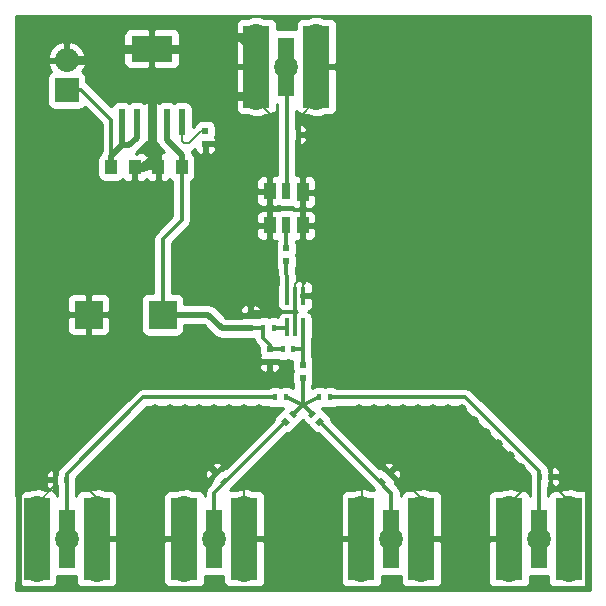
<source format=gtl>
G04 #@! TF.FileFunction,Copper,L1,Top,Signal*
%FSLAX46Y46*%
G04 Gerber Fmt 4.6, Leading zero omitted, Abs format (unit mm)*
G04 Created by KiCad (PCBNEW 4.0.2-stable) date Fri 15 Jul 2016 21:48:07 BST*
%MOMM*%
G01*
G04 APERTURE LIST*
%ADD10C,0.100000*%
%ADD11R,1.450000X5.000000*%
%ADD12R,2.250000X7.000000*%
%ADD13C,2.000000*%
%ADD14C,2.200000*%
%ADD15R,0.500000X0.600000*%
%ADD16R,1.000000X1.250000*%
%ADD17R,2.370000X2.430000*%
%ADD18R,0.400000X0.600000*%
%ADD19R,0.398780X1.501140*%
%ADD20R,0.600000X2.200000*%
%ADD21R,3.500000X2.200000*%
%ADD22R,1.000000X1.600000*%
%ADD23R,0.800000X1.400000*%
%ADD24R,1.000000X1.400000*%
%ADD25R,2.032000X2.032000*%
%ADD26O,2.032000X2.032000*%
%ADD27C,0.800000*%
%ADD28C,0.320000*%
%ADD29C,0.508000*%
%ADD30C,0.762000*%
%ADD31C,0.254000*%
%ADD32C,0.200000*%
G04 APERTURE END LIST*
D10*
D11*
X92500000Y-105000000D03*
D12*
X95040000Y-105000000D03*
X89960000Y-105000000D03*
D13*
X92500000Y-105000000D03*
D14*
X89960000Y-102460000D03*
X89960000Y-107540000D03*
X95040000Y-102460000D03*
X95040000Y-107540000D03*
D15*
X83600000Y-81500000D03*
X83600000Y-80400000D03*
D16*
X68750000Y-73500000D03*
X70750000Y-73500000D03*
D15*
X76750000Y-70450000D03*
X76750000Y-71550000D03*
X82200000Y-88900000D03*
X82200000Y-90000000D03*
D16*
X74750000Y-73500000D03*
X72750000Y-73500000D03*
D15*
X80550000Y-87150000D03*
X80550000Y-86050000D03*
X85000000Y-91350000D03*
X85000000Y-90250000D03*
D17*
X66880000Y-86000000D03*
X73120000Y-86000000D03*
D18*
X83650000Y-70750000D03*
X84550000Y-70750000D03*
X84200000Y-88950000D03*
X83300000Y-88950000D03*
X83550000Y-93000000D03*
X82650000Y-93000000D03*
D10*
G36*
X85428249Y-94502513D02*
X85852513Y-94078249D01*
X86135355Y-94361091D01*
X85711091Y-94785355D01*
X85428249Y-94502513D01*
X85428249Y-94502513D01*
G37*
G36*
X86064645Y-95138909D02*
X86488909Y-94714645D01*
X86771751Y-94997487D01*
X86347487Y-95421751D01*
X86064645Y-95138909D01*
X86064645Y-95138909D01*
G37*
D18*
X86400000Y-93000000D03*
X87300000Y-93000000D03*
D10*
G36*
X84097487Y-94078249D02*
X84521751Y-94502513D01*
X84238909Y-94785355D01*
X83814645Y-94361091D01*
X84097487Y-94078249D01*
X84097487Y-94078249D01*
G37*
G36*
X83461091Y-94714645D02*
X83885355Y-95138909D01*
X83602513Y-95421751D01*
X83178249Y-94997487D01*
X83461091Y-94714645D01*
X83461091Y-94714645D01*
G37*
D11*
X83600000Y-65000000D03*
D12*
X86140000Y-65000000D03*
X81060000Y-65000000D03*
D13*
X83600000Y-65000000D03*
D14*
X81060000Y-62460000D03*
X81060000Y-67540000D03*
X86140000Y-62460000D03*
X86140000Y-67540000D03*
D11*
X65000000Y-105000000D03*
D12*
X67540000Y-105000000D03*
X62460000Y-105000000D03*
D13*
X65000000Y-105000000D03*
D14*
X62460000Y-102460000D03*
X62460000Y-107540000D03*
X67540000Y-102460000D03*
X67540000Y-107540000D03*
D11*
X105000000Y-105000000D03*
D12*
X107540000Y-105000000D03*
X102460000Y-105000000D03*
D13*
X105000000Y-105000000D03*
D14*
X102460000Y-102460000D03*
X102460000Y-107540000D03*
X107540000Y-102460000D03*
X107540000Y-107540000D03*
D11*
X77500000Y-105000000D03*
D12*
X80040000Y-105000000D03*
X74960000Y-105000000D03*
D13*
X77500000Y-105000000D03*
D14*
X74960000Y-102460000D03*
X74960000Y-107540000D03*
X80040000Y-102460000D03*
X80040000Y-107540000D03*
D18*
X81650000Y-87100000D03*
X82550000Y-87100000D03*
X64050000Y-100000000D03*
X64950000Y-100000000D03*
D10*
G36*
X92247487Y-99078249D02*
X92671751Y-99502513D01*
X92388909Y-99785355D01*
X91964645Y-99361091D01*
X92247487Y-99078249D01*
X92247487Y-99078249D01*
G37*
G36*
X91611091Y-99714645D02*
X92035355Y-100138909D01*
X91752513Y-100421751D01*
X91328249Y-99997487D01*
X91611091Y-99714645D01*
X91611091Y-99714645D01*
G37*
D18*
X105950000Y-99750000D03*
X105050000Y-99750000D03*
D10*
G36*
X77328249Y-99502513D02*
X77752513Y-99078249D01*
X78035355Y-99361091D01*
X77611091Y-99785355D01*
X77328249Y-99502513D01*
X77328249Y-99502513D01*
G37*
G36*
X77964645Y-100138909D02*
X78388909Y-99714645D01*
X78671751Y-99997487D01*
X78247487Y-100421751D01*
X77964645Y-100138909D01*
X77964645Y-100138909D01*
G37*
D19*
X85000240Y-84419040D03*
X84350000Y-84419040D03*
X83699760Y-84419040D03*
X83699760Y-87080960D03*
X84350000Y-87080960D03*
X85000240Y-87080960D03*
D20*
X69660000Y-69700000D03*
X70930000Y-69700000D03*
X72200000Y-69700000D03*
X73470000Y-69700000D03*
X74740000Y-69700000D03*
D21*
X72200000Y-63500000D03*
D22*
X85000000Y-75650000D03*
D23*
X83600000Y-75550000D03*
D24*
X82200000Y-75550000D03*
X82200000Y-78450000D03*
D23*
X83600000Y-78450000D03*
D24*
X85000000Y-78450000D03*
D25*
X65000000Y-67000000D03*
D26*
X65000000Y-64460000D03*
D27*
X94000000Y-100500000D03*
X91000000Y-97500000D03*
X89000000Y-95500000D03*
X90000000Y-96500000D03*
X88000000Y-94500000D03*
X89000000Y-99500000D03*
X99500000Y-95000000D03*
X100500000Y-96000000D03*
X101500000Y-97000000D03*
X102500000Y-98000000D03*
X103500000Y-99000000D03*
X104000000Y-100250000D03*
X100000000Y-92500000D03*
X101000000Y-93500000D03*
X105000000Y-97500000D03*
X104000000Y-96500000D03*
X103000000Y-95500000D03*
X102000000Y-94500000D03*
X89750000Y-94000000D03*
X91000000Y-94000000D03*
X92250000Y-94000000D03*
X93500000Y-94000000D03*
X94750000Y-94000000D03*
X96000000Y-94000000D03*
X97250000Y-94000000D03*
X98500000Y-94000000D03*
X89750000Y-92000000D03*
X91000000Y-92000000D03*
X92250000Y-92000000D03*
X88500000Y-92000000D03*
X98500000Y-92000000D03*
X97250000Y-92000000D03*
X96000000Y-92000000D03*
X94750000Y-92000000D03*
X93500000Y-92000000D03*
X82250000Y-94500000D03*
X80000000Y-100500000D03*
X88000000Y-98500000D03*
X86000000Y-96500000D03*
X85000000Y-95500000D03*
X84000000Y-96500000D03*
X83000000Y-97500000D03*
X82000000Y-98500000D03*
X87000000Y-97500000D03*
X90000000Y-100500000D03*
X81000000Y-99500000D03*
X76500000Y-100500000D03*
X79250000Y-97750000D03*
X80250000Y-96750000D03*
X81250000Y-95750000D03*
X68000000Y-98250000D03*
X67000000Y-99250000D03*
X73750000Y-94000000D03*
X72500000Y-94000000D03*
X81250000Y-94000000D03*
X75000000Y-94000000D03*
X76250000Y-94000000D03*
X77500000Y-94000000D03*
X78750000Y-94000000D03*
X80000000Y-94000000D03*
X71250000Y-95000000D03*
X70000000Y-96250000D03*
X69000000Y-97250000D03*
X66250000Y-100250000D03*
X65000000Y-97750000D03*
X68000000Y-94750000D03*
X70000000Y-92750000D03*
X75000000Y-92000000D03*
X73750000Y-92000000D03*
X72500000Y-92000000D03*
X76250000Y-92000000D03*
X77500000Y-92000000D03*
X78750000Y-92000000D03*
X80000000Y-92000000D03*
X71250000Y-92000000D03*
X69000000Y-93750000D03*
X66000000Y-96750000D03*
X67000000Y-95750000D03*
X81250000Y-92000000D03*
X64000000Y-98750000D03*
X82000000Y-84500000D03*
X82000000Y-82500000D03*
X82250000Y-80250000D03*
X85000000Y-80250000D03*
X85000000Y-82500000D03*
X82500000Y-69250000D03*
X82500000Y-73500000D03*
X82500000Y-72000000D03*
X82500000Y-70750000D03*
X84750000Y-73500000D03*
X84750000Y-72000000D03*
X84750000Y-69250000D03*
D28*
X83600000Y-81500000D02*
X83600000Y-82600000D01*
X83699760Y-82699760D02*
X83699760Y-84419040D01*
X83600000Y-82600000D02*
X83699760Y-82699760D01*
X83600000Y-80400000D02*
X83600000Y-78450000D01*
X68750000Y-72575000D02*
X68750000Y-69500000D01*
X66250000Y-67000000D02*
X65000000Y-67000000D01*
X68750000Y-69500000D02*
X66250000Y-67000000D01*
D29*
X70930000Y-69700000D02*
X70930000Y-71020000D01*
X70285000Y-71665000D02*
X69660000Y-71665000D01*
X70930000Y-71020000D02*
X70285000Y-71665000D01*
X69660000Y-69700000D02*
X69660000Y-71665000D01*
X68750000Y-72575000D02*
X68750000Y-73500000D01*
X69660000Y-71665000D02*
X68750000Y-72575000D01*
D30*
X70750000Y-73500000D02*
X71500000Y-73500000D01*
X71500000Y-73500000D02*
X72200000Y-72800000D01*
X72200000Y-69700000D02*
X72200000Y-72800000D01*
X72200000Y-72800000D02*
X72200000Y-72950000D01*
X72200000Y-72950000D02*
X72750000Y-73500000D01*
X81060000Y-65000000D02*
X81060000Y-66440000D01*
X81060000Y-66440000D02*
X80000000Y-67500000D01*
X80000000Y-67500000D02*
X76750000Y-67500000D01*
X76750000Y-67500000D02*
X76000000Y-66750000D01*
X76000000Y-66750000D02*
X72250000Y-66750000D01*
X72250000Y-66750000D02*
X72200000Y-66800000D01*
X72200000Y-66800000D02*
X72200000Y-69700000D01*
X81060000Y-65000000D02*
X81060000Y-63810000D01*
X81060000Y-63810000D02*
X79750000Y-62500000D01*
X74750000Y-63500000D02*
X72200000Y-63500000D01*
X75750000Y-62500000D02*
X74750000Y-63500000D01*
X79750000Y-62500000D02*
X75750000Y-62500000D01*
X65000000Y-64460000D02*
X67540000Y-64460000D01*
X68500000Y-63500000D02*
X72200000Y-63500000D01*
X67540000Y-64460000D02*
X68500000Y-63500000D01*
D29*
X61000000Y-106000000D02*
X61000000Y-101200000D01*
X61200000Y-109200000D02*
X61000000Y-109000000D01*
X61000000Y-109000000D02*
X61000000Y-106000000D01*
X109200000Y-101600000D02*
X109200000Y-109000000D01*
X109150000Y-99750000D02*
X109200000Y-99800000D01*
X109200000Y-99800000D02*
X109200000Y-101600000D01*
X108750000Y-99750000D02*
X109150000Y-99750000D01*
X109000000Y-109200000D02*
X106200000Y-109200000D01*
X109200000Y-109000000D02*
X109000000Y-109200000D01*
X106200000Y-109200000D02*
X61200000Y-109200000D01*
X63450000Y-98750000D02*
X64000000Y-98750000D01*
X61000000Y-101200000D02*
X63450000Y-98750000D01*
D31*
X108750000Y-99750000D02*
X109000000Y-100000000D01*
X109000000Y-100000000D02*
X109000000Y-109000000D01*
X105950000Y-99750000D02*
X108750000Y-99750000D01*
D32*
X62460000Y-105000000D02*
X62460000Y-102040000D01*
X62460000Y-102040000D02*
X64050000Y-100450000D01*
X64050000Y-100450000D02*
X64050000Y-100000000D01*
X95040000Y-105000000D02*
X95040000Y-101540000D01*
X95040000Y-101540000D02*
X94000000Y-100500000D01*
X90000000Y-96500000D02*
X89000000Y-95500000D01*
X104000000Y-100250000D02*
X104000000Y-100500000D01*
X99500000Y-95000000D02*
X100500000Y-96000000D01*
X101500000Y-97000000D02*
X102500000Y-98000000D01*
X103500000Y-99000000D02*
X104000000Y-99500000D01*
X104000000Y-99500000D02*
X104000000Y-100250000D01*
X104000000Y-100500000D02*
X102460000Y-102040000D01*
X102460000Y-102040000D02*
X102460000Y-105000000D01*
X105950000Y-99750000D02*
X105950000Y-100200000D01*
X105950000Y-100200000D02*
X107540000Y-101790000D01*
X107540000Y-101790000D02*
X107540000Y-105000000D01*
X105000000Y-97500000D02*
X106000000Y-98500000D01*
X106000000Y-98500000D02*
X106000000Y-99700000D01*
X106000000Y-99700000D02*
X105950000Y-99750000D01*
X100000000Y-92500000D02*
X101000000Y-93500000D01*
X104000000Y-96500000D02*
X105000000Y-97500000D01*
X102000000Y-94500000D02*
X103000000Y-95500000D01*
X89750000Y-94000000D02*
X91000000Y-94000000D01*
X92250000Y-94000000D02*
X93500000Y-94000000D01*
X94750000Y-94000000D02*
X96000000Y-94000000D01*
X97250000Y-94000000D02*
X98500000Y-94000000D01*
X89750000Y-92000000D02*
X91000000Y-92000000D01*
X96000000Y-92000000D02*
X97250000Y-92000000D01*
X93500000Y-92000000D02*
X94750000Y-92000000D01*
X80000000Y-104960000D02*
X80000000Y-100500000D01*
X80000000Y-100500000D02*
X81000000Y-99500000D01*
X80000000Y-104960000D02*
X80040000Y-105000000D01*
X90000000Y-104960000D02*
X90000000Y-100500000D01*
X82000000Y-98500000D02*
X81000000Y-99500000D01*
X83000000Y-97500000D02*
X84000000Y-96500000D01*
X86000000Y-96500000D02*
X85000000Y-95500000D01*
X87000000Y-97500000D02*
X88000000Y-98500000D01*
X90000000Y-104960000D02*
X89960000Y-105000000D01*
X77568198Y-99431802D02*
X76500000Y-100500000D01*
X77681802Y-99431802D02*
X77568198Y-99431802D01*
X79250000Y-97750000D02*
X79250000Y-97863604D01*
X79250000Y-97863604D02*
X77681802Y-99431802D01*
X81250000Y-94000000D02*
X81250000Y-95750000D01*
X80250000Y-96750000D02*
X79250000Y-97750000D01*
X67540000Y-105000000D02*
X67540000Y-101540000D01*
X67540000Y-101540000D02*
X66250000Y-100250000D01*
X67000000Y-99250000D02*
X66750000Y-99250000D01*
X73750000Y-94000000D02*
X72500000Y-94000000D01*
X81250000Y-94000000D02*
X80000000Y-94000000D01*
X76250000Y-94000000D02*
X75000000Y-94000000D01*
X78750000Y-94000000D02*
X77500000Y-94000000D01*
X71250000Y-95000000D02*
X70000000Y-96250000D01*
X69000000Y-97250000D02*
X68000000Y-98250000D01*
X66250000Y-99750000D02*
X66250000Y-100250000D01*
X66750000Y-99250000D02*
X66250000Y-99750000D01*
X64050000Y-100000000D02*
X64050000Y-98800000D01*
X64050000Y-98800000D02*
X64000000Y-98750000D01*
X65000000Y-97750000D02*
X64000000Y-98750000D01*
X68000000Y-94750000D02*
X67000000Y-95750000D01*
X69000000Y-93750000D02*
X70000000Y-92750000D01*
X71250000Y-92000000D02*
X72500000Y-92000000D01*
X75000000Y-92000000D02*
X73750000Y-92000000D01*
X77500000Y-92000000D02*
X76250000Y-92000000D01*
X80000000Y-92000000D02*
X78750000Y-92000000D01*
X65000000Y-97750000D02*
X66000000Y-96750000D01*
X82200000Y-90000000D02*
X82200000Y-91050000D01*
X82200000Y-91050000D02*
X81250000Y-92000000D01*
X82200000Y-78450000D02*
X82200000Y-80200000D01*
X82000000Y-82500000D02*
X82000000Y-84500000D01*
X82200000Y-80200000D02*
X82250000Y-80250000D01*
X85000240Y-84419040D02*
X85000240Y-82500240D01*
X85000240Y-82500240D02*
X85000000Y-82500000D01*
X84350000Y-84419040D02*
X84350000Y-83400000D01*
X85000000Y-80250000D02*
X85000000Y-78450000D01*
X85000000Y-82750000D02*
X85000000Y-82500000D01*
X84350000Y-83400000D02*
X85000000Y-82750000D01*
X82200000Y-75550000D02*
X82200000Y-74550000D01*
X82500000Y-74250000D02*
X82500000Y-73500000D01*
X82200000Y-74550000D02*
X82500000Y-74250000D01*
X82500000Y-69250000D02*
X82500000Y-70750000D01*
X81060000Y-67810000D02*
X82500000Y-69250000D01*
X82500000Y-72000000D02*
X82500000Y-73500000D01*
X81060000Y-65000000D02*
X81060000Y-67810000D01*
X84550000Y-70750000D02*
X84550000Y-71800000D01*
X85000000Y-74500000D02*
X85000000Y-75650000D01*
X84750000Y-74250000D02*
X85000000Y-74500000D01*
X84750000Y-73500000D02*
X84750000Y-74250000D01*
X84550000Y-71800000D02*
X84750000Y-72000000D01*
X84750000Y-69250000D02*
X84750000Y-69500000D01*
X86140000Y-67860000D02*
X84750000Y-69250000D01*
X84550000Y-69700000D02*
X84550000Y-70750000D01*
X84750000Y-69500000D02*
X84550000Y-69700000D01*
X86140000Y-65000000D02*
X86140000Y-67860000D01*
D28*
X84350000Y-85800000D02*
X80800000Y-85800000D01*
X80800000Y-85800000D02*
X80550000Y-86050000D01*
X84350000Y-87080960D02*
X84350000Y-85800000D01*
X84350000Y-85800000D02*
X84350000Y-84419040D01*
D32*
X74740000Y-69700000D02*
X74740000Y-71265000D01*
X76375000Y-70450000D02*
X76750000Y-70450000D01*
X75350000Y-71475000D02*
X76375000Y-70450000D01*
X74950000Y-71475000D02*
X75350000Y-71475000D01*
X74740000Y-71265000D02*
X74950000Y-71475000D01*
D28*
X74750000Y-73500000D02*
X74750000Y-78000000D01*
X73120000Y-79630000D02*
X73120000Y-86000000D01*
X74750000Y-78000000D02*
X73120000Y-79630000D01*
D29*
X80550000Y-87150000D02*
X78150000Y-87150000D01*
X78150000Y-87150000D02*
X77000000Y-86000000D01*
X77000000Y-86000000D02*
X73120000Y-86000000D01*
X73470000Y-69700000D02*
X73470000Y-71195000D01*
X73470000Y-71195000D02*
X74750000Y-72475000D01*
X74750000Y-72475000D02*
X74750000Y-73500000D01*
D28*
X82200000Y-88900000D02*
X82200000Y-88550000D01*
X81650000Y-88000000D02*
X81650000Y-87100000D01*
X82200000Y-88550000D02*
X81650000Y-88000000D01*
X81650000Y-87100000D02*
X80600000Y-87100000D01*
X80600000Y-87100000D02*
X80550000Y-87150000D01*
X83300000Y-88950000D02*
X82250000Y-88950000D01*
X82250000Y-88950000D02*
X82200000Y-88900000D01*
X84975000Y-93625000D02*
X83550000Y-93000000D01*
X84975000Y-93625000D02*
X86400000Y-93000000D01*
X85000000Y-93600000D02*
X84975000Y-93625000D01*
X84975000Y-93625000D02*
X84168198Y-94431802D01*
X85000000Y-91350000D02*
X85000000Y-93600000D01*
X85000000Y-93600000D02*
X85781802Y-94431802D01*
X84200000Y-88950000D02*
X85000240Y-88950000D01*
X85000240Y-87080960D02*
X85000240Y-88950000D01*
X85000240Y-88950000D02*
X85000240Y-90249760D01*
X85000240Y-90249760D02*
X85000000Y-90250000D01*
X83650000Y-70750000D02*
X83650000Y-75500000D01*
X83650000Y-75500000D02*
X83600000Y-75550000D01*
X83650000Y-70750000D02*
X83650000Y-65050000D01*
X83650000Y-65050000D02*
X83600000Y-65000000D01*
X65000000Y-105000000D02*
X65000000Y-100050000D01*
X65000000Y-100050000D02*
X64950000Y-100000000D01*
X82650000Y-93000000D02*
X71500000Y-93000000D01*
X65000000Y-99500000D02*
X65000000Y-105000000D01*
X71500000Y-93000000D02*
X65000000Y-99500000D01*
X92500000Y-105000000D02*
X92500000Y-101200000D01*
X91681802Y-100381802D02*
X91681802Y-100068198D01*
X92500000Y-101200000D02*
X91681802Y-100381802D01*
X92500000Y-105000000D02*
X92500000Y-101150000D01*
X92500000Y-101150000D02*
X86418198Y-95068198D01*
X92550000Y-104950000D02*
X92500000Y-105000000D01*
X105000000Y-105000000D02*
X105000000Y-99800000D01*
X105000000Y-99800000D02*
X105050000Y-99750000D01*
X87300000Y-93000000D02*
X98750000Y-93000000D01*
X105000000Y-99250000D02*
X105000000Y-105000000D01*
X98750000Y-93000000D02*
X105000000Y-99250000D01*
X105050000Y-104950000D02*
X105000000Y-105000000D01*
X77500000Y-101400000D02*
X77500000Y-101100000D01*
X77500000Y-101100000D02*
X78318198Y-100281802D01*
X78318198Y-100281802D02*
X78318198Y-100068198D01*
X77500000Y-105000000D02*
X77500000Y-101400000D01*
X77500000Y-101100000D02*
X83531802Y-95068198D01*
X82550000Y-87100000D02*
X83680720Y-87100000D01*
X83680720Y-87100000D02*
X83699760Y-87080960D01*
D31*
G36*
X82198110Y-93896431D02*
X82450000Y-93947440D01*
X82850000Y-93947440D01*
X83085317Y-93903162D01*
X83096979Y-93895658D01*
X83098110Y-93896431D01*
X83329500Y-93943289D01*
X83221751Y-94100985D01*
X83218811Y-94114538D01*
X83217464Y-94114791D01*
X83003282Y-94256836D01*
X82720440Y-94539678D01*
X82585355Y-94737381D01*
X82542981Y-94932719D01*
X78522079Y-98953621D01*
X78301404Y-98953621D01*
X78130294Y-99124731D01*
X77931100Y-99256836D01*
X77506836Y-99681100D01*
X77371751Y-99878803D01*
X77370512Y-99884513D01*
X77203621Y-100051404D01*
X77203621Y-100272079D01*
X76937850Y-100537850D01*
X76765516Y-100795767D01*
X76705000Y-101100000D01*
X76705000Y-101337478D01*
X76623327Y-101140302D01*
X76444699Y-100961673D01*
X76211310Y-100865000D01*
X75647633Y-100865000D01*
X75248407Y-100714677D01*
X74558547Y-100737164D01*
X74249924Y-100865000D01*
X73708690Y-100865000D01*
X73475301Y-100961673D01*
X73296673Y-101140302D01*
X73200000Y-101373691D01*
X73200000Y-104714250D01*
X73358750Y-104873000D01*
X74833000Y-104873000D01*
X74833000Y-104853000D01*
X75087000Y-104853000D01*
X75087000Y-104873000D01*
X75107000Y-104873000D01*
X75107000Y-105127000D01*
X75087000Y-105127000D01*
X75087000Y-105147000D01*
X74833000Y-105147000D01*
X74833000Y-105127000D01*
X73358750Y-105127000D01*
X73200000Y-105285750D01*
X73200000Y-108626309D01*
X73296673Y-108859698D01*
X73475301Y-109038327D01*
X73708690Y-109135000D01*
X74272367Y-109135000D01*
X74671593Y-109285323D01*
X75361453Y-109262836D01*
X75670076Y-109135000D01*
X76211310Y-109135000D01*
X76444699Y-109038327D01*
X76623327Y-108859698D01*
X76720000Y-108626309D01*
X76720000Y-108136302D01*
X76775000Y-108147440D01*
X78225000Y-108147440D01*
X78280000Y-108137091D01*
X78280000Y-108626309D01*
X78376673Y-108859698D01*
X78555301Y-109038327D01*
X78788690Y-109135000D01*
X79352367Y-109135000D01*
X79751593Y-109285323D01*
X80441453Y-109262836D01*
X80750076Y-109135000D01*
X81291310Y-109135000D01*
X81524699Y-109038327D01*
X81703327Y-108859698D01*
X81800000Y-108626309D01*
X81800000Y-105285750D01*
X81641250Y-105127000D01*
X80167000Y-105127000D01*
X80167000Y-105147000D01*
X79913000Y-105147000D01*
X79913000Y-105127000D01*
X79893000Y-105127000D01*
X79893000Y-104873000D01*
X79913000Y-104873000D01*
X79913000Y-104853000D01*
X80167000Y-104853000D01*
X80167000Y-104873000D01*
X81641250Y-104873000D01*
X81800000Y-104714250D01*
X81800000Y-101373691D01*
X81703327Y-101140302D01*
X81524699Y-100961673D01*
X81291310Y-100865000D01*
X80727633Y-100865000D01*
X80328407Y-100714677D01*
X79638547Y-100737164D01*
X79329924Y-100865000D01*
X78859300Y-100865000D01*
X83669449Y-96054851D01*
X83846140Y-96021605D01*
X84060322Y-95879560D01*
X84343164Y-95596718D01*
X84478249Y-95399015D01*
X84481189Y-95385462D01*
X84482536Y-95385209D01*
X84696718Y-95243164D01*
X84975000Y-94964882D01*
X85253282Y-95243164D01*
X85450985Y-95378249D01*
X85464538Y-95381189D01*
X85464791Y-95382536D01*
X85606836Y-95596718D01*
X85889678Y-95879560D01*
X86087381Y-96014645D01*
X86282719Y-96057019D01*
X91018970Y-100793270D01*
X91066898Y-100865000D01*
X90647633Y-100865000D01*
X90248407Y-100714677D01*
X89558547Y-100737164D01*
X89249924Y-100865000D01*
X88708690Y-100865000D01*
X88475301Y-100961673D01*
X88296673Y-101140302D01*
X88200000Y-101373691D01*
X88200000Y-104714250D01*
X88358750Y-104873000D01*
X89833000Y-104873000D01*
X89833000Y-104853000D01*
X90087000Y-104853000D01*
X90087000Y-104873000D01*
X90107000Y-104873000D01*
X90107000Y-105127000D01*
X90087000Y-105127000D01*
X90087000Y-105147000D01*
X89833000Y-105147000D01*
X89833000Y-105127000D01*
X88358750Y-105127000D01*
X88200000Y-105285750D01*
X88200000Y-108626309D01*
X88296673Y-108859698D01*
X88475301Y-109038327D01*
X88708690Y-109135000D01*
X89272367Y-109135000D01*
X89671593Y-109285323D01*
X90361453Y-109262836D01*
X90670076Y-109135000D01*
X91211310Y-109135000D01*
X91444699Y-109038327D01*
X91623327Y-108859698D01*
X91720000Y-108626309D01*
X91720000Y-108136302D01*
X91775000Y-108147440D01*
X93225000Y-108147440D01*
X93280000Y-108137091D01*
X93280000Y-108626309D01*
X93376673Y-108859698D01*
X93555301Y-109038327D01*
X93788690Y-109135000D01*
X94352367Y-109135000D01*
X94751593Y-109285323D01*
X95441453Y-109262836D01*
X95750076Y-109135000D01*
X96291310Y-109135000D01*
X96524699Y-109038327D01*
X96703327Y-108859698D01*
X96800000Y-108626309D01*
X96800000Y-105285750D01*
X96641250Y-105127000D01*
X95167000Y-105127000D01*
X95167000Y-105147000D01*
X94913000Y-105147000D01*
X94913000Y-105127000D01*
X94893000Y-105127000D01*
X94893000Y-104873000D01*
X94913000Y-104873000D01*
X94913000Y-104853000D01*
X95167000Y-104853000D01*
X95167000Y-104873000D01*
X96641250Y-104873000D01*
X96800000Y-104714250D01*
X96800000Y-101373691D01*
X96703327Y-101140302D01*
X96524699Y-100961673D01*
X96291310Y-100865000D01*
X95727633Y-100865000D01*
X95328407Y-100714677D01*
X94638547Y-100737164D01*
X94329924Y-100865000D01*
X93788690Y-100865000D01*
X93555301Y-100961673D01*
X93376673Y-101140302D01*
X93295000Y-101337478D01*
X93295000Y-101150000D01*
X93234484Y-100845767D01*
X93062150Y-100587850D01*
X92773295Y-100298995D01*
X92796379Y-100275911D01*
X92796379Y-100051404D01*
X92625269Y-99880294D01*
X92493164Y-99681100D01*
X92262958Y-99450894D01*
X92478711Y-99450894D01*
X92937800Y-99909983D01*
X93162307Y-99909983D01*
X93210078Y-99862212D01*
X93306751Y-99628822D01*
X93306752Y-99376204D01*
X93210079Y-99142815D01*
X93110688Y-99043424D01*
X92886182Y-99043424D01*
X92478711Y-99450894D01*
X92262958Y-99450894D01*
X92068900Y-99256836D01*
X91871197Y-99121751D01*
X91865487Y-99120512D01*
X91698596Y-98953621D01*
X91474089Y-98953621D01*
X91451005Y-98976705D01*
X91061993Y-98587693D01*
X91840017Y-98587693D01*
X91840017Y-98812200D01*
X92299106Y-99271289D01*
X92706576Y-98863818D01*
X92706576Y-98639312D01*
X92607185Y-98539921D01*
X92373796Y-98443248D01*
X92121178Y-98443249D01*
X91887788Y-98539922D01*
X91840017Y-98587693D01*
X91061993Y-98587693D01*
X87404851Y-94930551D01*
X87371605Y-94753860D01*
X87229560Y-94539678D01*
X86946718Y-94256836D01*
X86749015Y-94121751D01*
X86735462Y-94118811D01*
X86735209Y-94117464D01*
X86619959Y-93943684D01*
X86835317Y-93903162D01*
X86846979Y-93895658D01*
X86848110Y-93896431D01*
X87100000Y-93947440D01*
X87500000Y-93947440D01*
X87735317Y-93903162D01*
X87903406Y-93795000D01*
X98420700Y-93795000D01*
X104202560Y-99576860D01*
X104202560Y-100050000D01*
X104205000Y-100062967D01*
X104205000Y-101337478D01*
X104123327Y-101140302D01*
X103944699Y-100961673D01*
X103711310Y-100865000D01*
X103147633Y-100865000D01*
X102748407Y-100714677D01*
X102058547Y-100737164D01*
X101749924Y-100865000D01*
X101208690Y-100865000D01*
X100975301Y-100961673D01*
X100796673Y-101140302D01*
X100700000Y-101373691D01*
X100700000Y-104714250D01*
X100858750Y-104873000D01*
X102333000Y-104873000D01*
X102333000Y-104853000D01*
X102587000Y-104853000D01*
X102587000Y-104873000D01*
X102607000Y-104873000D01*
X102607000Y-105127000D01*
X102587000Y-105127000D01*
X102587000Y-105147000D01*
X102333000Y-105147000D01*
X102333000Y-105127000D01*
X100858750Y-105127000D01*
X100700000Y-105285750D01*
X100700000Y-108626309D01*
X100796673Y-108859698D01*
X100975301Y-109038327D01*
X101208690Y-109135000D01*
X101772367Y-109135000D01*
X102171593Y-109285323D01*
X102861453Y-109262836D01*
X103170076Y-109135000D01*
X103711310Y-109135000D01*
X103944699Y-109038327D01*
X104123327Y-108859698D01*
X104220000Y-108626309D01*
X104220000Y-108136302D01*
X104275000Y-108147440D01*
X105725000Y-108147440D01*
X105780000Y-108137091D01*
X105780000Y-108626309D01*
X105876673Y-108859698D01*
X106055301Y-109038327D01*
X106288690Y-109135000D01*
X106852367Y-109135000D01*
X107251593Y-109285323D01*
X107941453Y-109262836D01*
X108250076Y-109135000D01*
X108791310Y-109135000D01*
X109024699Y-109038327D01*
X109203327Y-108859698D01*
X109290000Y-108650451D01*
X109290000Y-109290000D01*
X60710000Y-109290000D01*
X60710000Y-108650451D01*
X60796673Y-108859698D01*
X60975301Y-109038327D01*
X61208690Y-109135000D01*
X61772367Y-109135000D01*
X62171593Y-109285323D01*
X62861453Y-109262836D01*
X63170076Y-109135000D01*
X63711310Y-109135000D01*
X63944699Y-109038327D01*
X64123327Y-108859698D01*
X64220000Y-108626309D01*
X64220000Y-108136302D01*
X64275000Y-108147440D01*
X65725000Y-108147440D01*
X65780000Y-108137091D01*
X65780000Y-108626309D01*
X65876673Y-108859698D01*
X66055301Y-109038327D01*
X66288690Y-109135000D01*
X66852367Y-109135000D01*
X67251593Y-109285323D01*
X67941453Y-109262836D01*
X68250076Y-109135000D01*
X68791310Y-109135000D01*
X69024699Y-109038327D01*
X69203327Y-108859698D01*
X69300000Y-108626309D01*
X69300000Y-105285750D01*
X69141250Y-105127000D01*
X67667000Y-105127000D01*
X67667000Y-105147000D01*
X67413000Y-105147000D01*
X67413000Y-105127000D01*
X67393000Y-105127000D01*
X67393000Y-104873000D01*
X67413000Y-104873000D01*
X67413000Y-104853000D01*
X67667000Y-104853000D01*
X67667000Y-104873000D01*
X69141250Y-104873000D01*
X69300000Y-104714250D01*
X69300000Y-101373691D01*
X69203327Y-101140302D01*
X69024699Y-100961673D01*
X68791310Y-100865000D01*
X68227633Y-100865000D01*
X67828407Y-100714677D01*
X67138547Y-100737164D01*
X66829924Y-100865000D01*
X66288690Y-100865000D01*
X66055301Y-100961673D01*
X65876673Y-101140302D01*
X65795000Y-101337478D01*
X65795000Y-100312049D01*
X65797440Y-100300000D01*
X65797440Y-99826860D01*
X66248096Y-99376204D01*
X76693248Y-99376204D01*
X76693249Y-99628822D01*
X76789922Y-99862212D01*
X76837693Y-99909983D01*
X77062200Y-99909983D01*
X77521289Y-99450894D01*
X77113818Y-99043424D01*
X76889312Y-99043424D01*
X76789921Y-99142815D01*
X76693248Y-99376204D01*
X66248096Y-99376204D01*
X66984988Y-98639312D01*
X77293424Y-98639312D01*
X77293424Y-98863818D01*
X77700894Y-99271289D01*
X78159983Y-98812200D01*
X78159983Y-98587693D01*
X78112212Y-98539922D01*
X77878822Y-98443249D01*
X77626204Y-98443248D01*
X77392815Y-98539921D01*
X77293424Y-98639312D01*
X66984988Y-98639312D01*
X71829300Y-93795000D01*
X82049661Y-93795000D01*
X82198110Y-93896431D01*
X82198110Y-93896431D01*
G37*
X82198110Y-93896431D02*
X82450000Y-93947440D01*
X82850000Y-93947440D01*
X83085317Y-93903162D01*
X83096979Y-93895658D01*
X83098110Y-93896431D01*
X83329500Y-93943289D01*
X83221751Y-94100985D01*
X83218811Y-94114538D01*
X83217464Y-94114791D01*
X83003282Y-94256836D01*
X82720440Y-94539678D01*
X82585355Y-94737381D01*
X82542981Y-94932719D01*
X78522079Y-98953621D01*
X78301404Y-98953621D01*
X78130294Y-99124731D01*
X77931100Y-99256836D01*
X77506836Y-99681100D01*
X77371751Y-99878803D01*
X77370512Y-99884513D01*
X77203621Y-100051404D01*
X77203621Y-100272079D01*
X76937850Y-100537850D01*
X76765516Y-100795767D01*
X76705000Y-101100000D01*
X76705000Y-101337478D01*
X76623327Y-101140302D01*
X76444699Y-100961673D01*
X76211310Y-100865000D01*
X75647633Y-100865000D01*
X75248407Y-100714677D01*
X74558547Y-100737164D01*
X74249924Y-100865000D01*
X73708690Y-100865000D01*
X73475301Y-100961673D01*
X73296673Y-101140302D01*
X73200000Y-101373691D01*
X73200000Y-104714250D01*
X73358750Y-104873000D01*
X74833000Y-104873000D01*
X74833000Y-104853000D01*
X75087000Y-104853000D01*
X75087000Y-104873000D01*
X75107000Y-104873000D01*
X75107000Y-105127000D01*
X75087000Y-105127000D01*
X75087000Y-105147000D01*
X74833000Y-105147000D01*
X74833000Y-105127000D01*
X73358750Y-105127000D01*
X73200000Y-105285750D01*
X73200000Y-108626309D01*
X73296673Y-108859698D01*
X73475301Y-109038327D01*
X73708690Y-109135000D01*
X74272367Y-109135000D01*
X74671593Y-109285323D01*
X75361453Y-109262836D01*
X75670076Y-109135000D01*
X76211310Y-109135000D01*
X76444699Y-109038327D01*
X76623327Y-108859698D01*
X76720000Y-108626309D01*
X76720000Y-108136302D01*
X76775000Y-108147440D01*
X78225000Y-108147440D01*
X78280000Y-108137091D01*
X78280000Y-108626309D01*
X78376673Y-108859698D01*
X78555301Y-109038327D01*
X78788690Y-109135000D01*
X79352367Y-109135000D01*
X79751593Y-109285323D01*
X80441453Y-109262836D01*
X80750076Y-109135000D01*
X81291310Y-109135000D01*
X81524699Y-109038327D01*
X81703327Y-108859698D01*
X81800000Y-108626309D01*
X81800000Y-105285750D01*
X81641250Y-105127000D01*
X80167000Y-105127000D01*
X80167000Y-105147000D01*
X79913000Y-105147000D01*
X79913000Y-105127000D01*
X79893000Y-105127000D01*
X79893000Y-104873000D01*
X79913000Y-104873000D01*
X79913000Y-104853000D01*
X80167000Y-104853000D01*
X80167000Y-104873000D01*
X81641250Y-104873000D01*
X81800000Y-104714250D01*
X81800000Y-101373691D01*
X81703327Y-101140302D01*
X81524699Y-100961673D01*
X81291310Y-100865000D01*
X80727633Y-100865000D01*
X80328407Y-100714677D01*
X79638547Y-100737164D01*
X79329924Y-100865000D01*
X78859300Y-100865000D01*
X83669449Y-96054851D01*
X83846140Y-96021605D01*
X84060322Y-95879560D01*
X84343164Y-95596718D01*
X84478249Y-95399015D01*
X84481189Y-95385462D01*
X84482536Y-95385209D01*
X84696718Y-95243164D01*
X84975000Y-94964882D01*
X85253282Y-95243164D01*
X85450985Y-95378249D01*
X85464538Y-95381189D01*
X85464791Y-95382536D01*
X85606836Y-95596718D01*
X85889678Y-95879560D01*
X86087381Y-96014645D01*
X86282719Y-96057019D01*
X91018970Y-100793270D01*
X91066898Y-100865000D01*
X90647633Y-100865000D01*
X90248407Y-100714677D01*
X89558547Y-100737164D01*
X89249924Y-100865000D01*
X88708690Y-100865000D01*
X88475301Y-100961673D01*
X88296673Y-101140302D01*
X88200000Y-101373691D01*
X88200000Y-104714250D01*
X88358750Y-104873000D01*
X89833000Y-104873000D01*
X89833000Y-104853000D01*
X90087000Y-104853000D01*
X90087000Y-104873000D01*
X90107000Y-104873000D01*
X90107000Y-105127000D01*
X90087000Y-105127000D01*
X90087000Y-105147000D01*
X89833000Y-105147000D01*
X89833000Y-105127000D01*
X88358750Y-105127000D01*
X88200000Y-105285750D01*
X88200000Y-108626309D01*
X88296673Y-108859698D01*
X88475301Y-109038327D01*
X88708690Y-109135000D01*
X89272367Y-109135000D01*
X89671593Y-109285323D01*
X90361453Y-109262836D01*
X90670076Y-109135000D01*
X91211310Y-109135000D01*
X91444699Y-109038327D01*
X91623327Y-108859698D01*
X91720000Y-108626309D01*
X91720000Y-108136302D01*
X91775000Y-108147440D01*
X93225000Y-108147440D01*
X93280000Y-108137091D01*
X93280000Y-108626309D01*
X93376673Y-108859698D01*
X93555301Y-109038327D01*
X93788690Y-109135000D01*
X94352367Y-109135000D01*
X94751593Y-109285323D01*
X95441453Y-109262836D01*
X95750076Y-109135000D01*
X96291310Y-109135000D01*
X96524699Y-109038327D01*
X96703327Y-108859698D01*
X96800000Y-108626309D01*
X96800000Y-105285750D01*
X96641250Y-105127000D01*
X95167000Y-105127000D01*
X95167000Y-105147000D01*
X94913000Y-105147000D01*
X94913000Y-105127000D01*
X94893000Y-105127000D01*
X94893000Y-104873000D01*
X94913000Y-104873000D01*
X94913000Y-104853000D01*
X95167000Y-104853000D01*
X95167000Y-104873000D01*
X96641250Y-104873000D01*
X96800000Y-104714250D01*
X96800000Y-101373691D01*
X96703327Y-101140302D01*
X96524699Y-100961673D01*
X96291310Y-100865000D01*
X95727633Y-100865000D01*
X95328407Y-100714677D01*
X94638547Y-100737164D01*
X94329924Y-100865000D01*
X93788690Y-100865000D01*
X93555301Y-100961673D01*
X93376673Y-101140302D01*
X93295000Y-101337478D01*
X93295000Y-101150000D01*
X93234484Y-100845767D01*
X93062150Y-100587850D01*
X92773295Y-100298995D01*
X92796379Y-100275911D01*
X92796379Y-100051404D01*
X92625269Y-99880294D01*
X92493164Y-99681100D01*
X92262958Y-99450894D01*
X92478711Y-99450894D01*
X92937800Y-99909983D01*
X93162307Y-99909983D01*
X93210078Y-99862212D01*
X93306751Y-99628822D01*
X93306752Y-99376204D01*
X93210079Y-99142815D01*
X93110688Y-99043424D01*
X92886182Y-99043424D01*
X92478711Y-99450894D01*
X92262958Y-99450894D01*
X92068900Y-99256836D01*
X91871197Y-99121751D01*
X91865487Y-99120512D01*
X91698596Y-98953621D01*
X91474089Y-98953621D01*
X91451005Y-98976705D01*
X91061993Y-98587693D01*
X91840017Y-98587693D01*
X91840017Y-98812200D01*
X92299106Y-99271289D01*
X92706576Y-98863818D01*
X92706576Y-98639312D01*
X92607185Y-98539921D01*
X92373796Y-98443248D01*
X92121178Y-98443249D01*
X91887788Y-98539922D01*
X91840017Y-98587693D01*
X91061993Y-98587693D01*
X87404851Y-94930551D01*
X87371605Y-94753860D01*
X87229560Y-94539678D01*
X86946718Y-94256836D01*
X86749015Y-94121751D01*
X86735462Y-94118811D01*
X86735209Y-94117464D01*
X86619959Y-93943684D01*
X86835317Y-93903162D01*
X86846979Y-93895658D01*
X86848110Y-93896431D01*
X87100000Y-93947440D01*
X87500000Y-93947440D01*
X87735317Y-93903162D01*
X87903406Y-93795000D01*
X98420700Y-93795000D01*
X104202560Y-99576860D01*
X104202560Y-100050000D01*
X104205000Y-100062967D01*
X104205000Y-101337478D01*
X104123327Y-101140302D01*
X103944699Y-100961673D01*
X103711310Y-100865000D01*
X103147633Y-100865000D01*
X102748407Y-100714677D01*
X102058547Y-100737164D01*
X101749924Y-100865000D01*
X101208690Y-100865000D01*
X100975301Y-100961673D01*
X100796673Y-101140302D01*
X100700000Y-101373691D01*
X100700000Y-104714250D01*
X100858750Y-104873000D01*
X102333000Y-104873000D01*
X102333000Y-104853000D01*
X102587000Y-104853000D01*
X102587000Y-104873000D01*
X102607000Y-104873000D01*
X102607000Y-105127000D01*
X102587000Y-105127000D01*
X102587000Y-105147000D01*
X102333000Y-105147000D01*
X102333000Y-105127000D01*
X100858750Y-105127000D01*
X100700000Y-105285750D01*
X100700000Y-108626309D01*
X100796673Y-108859698D01*
X100975301Y-109038327D01*
X101208690Y-109135000D01*
X101772367Y-109135000D01*
X102171593Y-109285323D01*
X102861453Y-109262836D01*
X103170076Y-109135000D01*
X103711310Y-109135000D01*
X103944699Y-109038327D01*
X104123327Y-108859698D01*
X104220000Y-108626309D01*
X104220000Y-108136302D01*
X104275000Y-108147440D01*
X105725000Y-108147440D01*
X105780000Y-108137091D01*
X105780000Y-108626309D01*
X105876673Y-108859698D01*
X106055301Y-109038327D01*
X106288690Y-109135000D01*
X106852367Y-109135000D01*
X107251593Y-109285323D01*
X107941453Y-109262836D01*
X108250076Y-109135000D01*
X108791310Y-109135000D01*
X109024699Y-109038327D01*
X109203327Y-108859698D01*
X109290000Y-108650451D01*
X109290000Y-109290000D01*
X60710000Y-109290000D01*
X60710000Y-108650451D01*
X60796673Y-108859698D01*
X60975301Y-109038327D01*
X61208690Y-109135000D01*
X61772367Y-109135000D01*
X62171593Y-109285323D01*
X62861453Y-109262836D01*
X63170076Y-109135000D01*
X63711310Y-109135000D01*
X63944699Y-109038327D01*
X64123327Y-108859698D01*
X64220000Y-108626309D01*
X64220000Y-108136302D01*
X64275000Y-108147440D01*
X65725000Y-108147440D01*
X65780000Y-108137091D01*
X65780000Y-108626309D01*
X65876673Y-108859698D01*
X66055301Y-109038327D01*
X66288690Y-109135000D01*
X66852367Y-109135000D01*
X67251593Y-109285323D01*
X67941453Y-109262836D01*
X68250076Y-109135000D01*
X68791310Y-109135000D01*
X69024699Y-109038327D01*
X69203327Y-108859698D01*
X69300000Y-108626309D01*
X69300000Y-105285750D01*
X69141250Y-105127000D01*
X67667000Y-105127000D01*
X67667000Y-105147000D01*
X67413000Y-105147000D01*
X67413000Y-105127000D01*
X67393000Y-105127000D01*
X67393000Y-104873000D01*
X67413000Y-104873000D01*
X67413000Y-104853000D01*
X67667000Y-104853000D01*
X67667000Y-104873000D01*
X69141250Y-104873000D01*
X69300000Y-104714250D01*
X69300000Y-101373691D01*
X69203327Y-101140302D01*
X69024699Y-100961673D01*
X68791310Y-100865000D01*
X68227633Y-100865000D01*
X67828407Y-100714677D01*
X67138547Y-100737164D01*
X66829924Y-100865000D01*
X66288690Y-100865000D01*
X66055301Y-100961673D01*
X65876673Y-101140302D01*
X65795000Y-101337478D01*
X65795000Y-100312049D01*
X65797440Y-100300000D01*
X65797440Y-99826860D01*
X66248096Y-99376204D01*
X76693248Y-99376204D01*
X76693249Y-99628822D01*
X76789922Y-99862212D01*
X76837693Y-99909983D01*
X77062200Y-99909983D01*
X77521289Y-99450894D01*
X77113818Y-99043424D01*
X76889312Y-99043424D01*
X76789921Y-99142815D01*
X76693248Y-99376204D01*
X66248096Y-99376204D01*
X66984988Y-98639312D01*
X77293424Y-98639312D01*
X77293424Y-98863818D01*
X77700894Y-99271289D01*
X78159983Y-98812200D01*
X78159983Y-98587693D01*
X78112212Y-98539922D01*
X77878822Y-98443249D01*
X77626204Y-98443248D01*
X77392815Y-98539921D01*
X77293424Y-98639312D01*
X66984988Y-98639312D01*
X71829300Y-93795000D01*
X82049661Y-93795000D01*
X82198110Y-93896431D01*
G36*
X62587000Y-104873000D02*
X62607000Y-104873000D01*
X62607000Y-105127000D01*
X62587000Y-105127000D01*
X62587000Y-105147000D01*
X62333000Y-105147000D01*
X62333000Y-105127000D01*
X62313000Y-105127000D01*
X62313000Y-104873000D01*
X62333000Y-104873000D01*
X62333000Y-104853000D01*
X62587000Y-104853000D01*
X62587000Y-104873000D01*
X62587000Y-104873000D01*
G37*
X62587000Y-104873000D02*
X62607000Y-104873000D01*
X62607000Y-105127000D01*
X62587000Y-105127000D01*
X62587000Y-105147000D01*
X62333000Y-105147000D01*
X62333000Y-105127000D01*
X62313000Y-105127000D01*
X62313000Y-104873000D01*
X62333000Y-104873000D01*
X62333000Y-104853000D01*
X62587000Y-104853000D01*
X62587000Y-104873000D01*
G36*
X107667000Y-104873000D02*
X107687000Y-104873000D01*
X107687000Y-105127000D01*
X107667000Y-105127000D01*
X107667000Y-105147000D01*
X107413000Y-105147000D01*
X107413000Y-105127000D01*
X107393000Y-105127000D01*
X107393000Y-104873000D01*
X107413000Y-104873000D01*
X107413000Y-104853000D01*
X107667000Y-104853000D01*
X107667000Y-104873000D01*
X107667000Y-104873000D01*
G37*
X107667000Y-104873000D02*
X107687000Y-104873000D01*
X107687000Y-105127000D01*
X107667000Y-105127000D01*
X107667000Y-105147000D01*
X107413000Y-105147000D01*
X107413000Y-105127000D01*
X107393000Y-105127000D01*
X107393000Y-104873000D01*
X107413000Y-104873000D01*
X107413000Y-104853000D01*
X107667000Y-104853000D01*
X107667000Y-104873000D01*
G36*
X109290000Y-101349549D02*
X109203327Y-101140302D01*
X109024699Y-100961673D01*
X108791310Y-100865000D01*
X108227633Y-100865000D01*
X107828407Y-100714677D01*
X107138547Y-100737164D01*
X106829924Y-100865000D01*
X106288690Y-100865000D01*
X106055301Y-100961673D01*
X105876673Y-101140302D01*
X105795000Y-101337478D01*
X105795000Y-100581250D01*
X105850000Y-100526250D01*
X105850000Y-100284266D01*
X105897440Y-100050000D01*
X105897440Y-99877000D01*
X106050000Y-99877000D01*
X106050000Y-100526250D01*
X106208750Y-100685000D01*
X106276309Y-100685000D01*
X106509698Y-100588327D01*
X106688327Y-100409699D01*
X106785000Y-100176310D01*
X106785000Y-100035750D01*
X106626250Y-99877000D01*
X106050000Y-99877000D01*
X105897440Y-99877000D01*
X105897440Y-99450000D01*
X105853162Y-99214683D01*
X105850000Y-99209769D01*
X105850000Y-98973750D01*
X106050000Y-98973750D01*
X106050000Y-99623000D01*
X106626250Y-99623000D01*
X106785000Y-99464250D01*
X106785000Y-99323690D01*
X106688327Y-99090301D01*
X106509698Y-98911673D01*
X106276309Y-98815000D01*
X106208750Y-98815000D01*
X106050000Y-98973750D01*
X105850000Y-98973750D01*
X105691250Y-98815000D01*
X105647109Y-98815000D01*
X105562150Y-98687850D01*
X99312150Y-92437850D01*
X99054233Y-92265516D01*
X98750000Y-92205000D01*
X87900339Y-92205000D01*
X87751890Y-92103569D01*
X87500000Y-92052560D01*
X87100000Y-92052560D01*
X86864683Y-92096838D01*
X86853021Y-92104342D01*
X86851890Y-92103569D01*
X86600000Y-92052560D01*
X86200000Y-92052560D01*
X85964683Y-92096838D01*
X85795000Y-92206026D01*
X85795000Y-91977162D01*
X85846431Y-91901890D01*
X85897440Y-91650000D01*
X85897440Y-91050000D01*
X85853162Y-90814683D01*
X85845658Y-90803021D01*
X85846431Y-90801890D01*
X85897440Y-90550000D01*
X85897440Y-89950000D01*
X85853162Y-89714683D01*
X85795240Y-89624670D01*
X85795240Y-88084622D01*
X85796061Y-88083420D01*
X85847070Y-87831530D01*
X85847070Y-86330390D01*
X85802792Y-86095073D01*
X85663720Y-85878949D01*
X85468498Y-85745560D01*
X85559328Y-85707937D01*
X85737957Y-85529309D01*
X85834630Y-85295920D01*
X85834630Y-84704790D01*
X85675880Y-84546040D01*
X85099935Y-84546040D01*
X85099935Y-84566040D01*
X85045640Y-84566040D01*
X85025640Y-84546040D01*
X84853240Y-84546040D01*
X84853240Y-84292040D01*
X85025640Y-84292040D01*
X85099935Y-84217745D01*
X85099935Y-84292040D01*
X85675880Y-84292040D01*
X85834630Y-84133290D01*
X85834630Y-83542160D01*
X85737957Y-83308771D01*
X85559328Y-83130143D01*
X85325939Y-83033470D01*
X85258685Y-83033470D01*
X85099935Y-83192220D01*
X85099935Y-83338268D01*
X85087717Y-83308771D01*
X84909088Y-83130143D01*
X84788532Y-83080207D01*
X84741795Y-83033470D01*
X84608445Y-83033470D01*
X84561708Y-83080207D01*
X84494760Y-83107938D01*
X84494760Y-82699760D01*
X84434244Y-82395527D01*
X84395000Y-82336794D01*
X84395000Y-82127162D01*
X84446431Y-82051890D01*
X84497440Y-81800000D01*
X84497440Y-81200000D01*
X84453162Y-80964683D01*
X84445658Y-80953021D01*
X84446431Y-80951890D01*
X84497440Y-80700000D01*
X84497440Y-80100000D01*
X84453162Y-79864683D01*
X84401887Y-79785000D01*
X84714250Y-79785000D01*
X84873000Y-79626250D01*
X84873000Y-78577000D01*
X85127000Y-78577000D01*
X85127000Y-79626250D01*
X85285750Y-79785000D01*
X85626309Y-79785000D01*
X85859698Y-79688327D01*
X86038327Y-79509699D01*
X86135000Y-79276310D01*
X86135000Y-78735750D01*
X85976250Y-78577000D01*
X85127000Y-78577000D01*
X84873000Y-78577000D01*
X84853000Y-78577000D01*
X84853000Y-78323000D01*
X84873000Y-78323000D01*
X84873000Y-77273750D01*
X85127000Y-77273750D01*
X85127000Y-78323000D01*
X85976250Y-78323000D01*
X86135000Y-78164250D01*
X86135000Y-77623690D01*
X86038327Y-77390301D01*
X85859698Y-77211673D01*
X85626309Y-77115000D01*
X85285750Y-77115000D01*
X85127000Y-77273750D01*
X84873000Y-77273750D01*
X84714250Y-77115000D01*
X84373691Y-77115000D01*
X84262717Y-77160967D01*
X84251890Y-77153569D01*
X84000000Y-77102560D01*
X83200000Y-77102560D01*
X82964683Y-77146838D01*
X82940594Y-77162339D01*
X82826309Y-77115000D01*
X82485750Y-77115000D01*
X82327000Y-77273750D01*
X82327000Y-78323000D01*
X82347000Y-78323000D01*
X82347000Y-78577000D01*
X82327000Y-78577000D01*
X82327000Y-79626250D01*
X82485750Y-79785000D01*
X82796690Y-79785000D01*
X82753569Y-79848110D01*
X82702560Y-80100000D01*
X82702560Y-80700000D01*
X82746838Y-80935317D01*
X82754342Y-80946979D01*
X82753569Y-80948110D01*
X82702560Y-81200000D01*
X82702560Y-81800000D01*
X82746838Y-82035317D01*
X82805000Y-82125703D01*
X82805000Y-82600000D01*
X82865516Y-82904233D01*
X82904760Y-82962966D01*
X82904760Y-83415378D01*
X82903939Y-83416580D01*
X82852930Y-83668470D01*
X82852930Y-85169610D01*
X82897208Y-85404927D01*
X83036280Y-85621051D01*
X83227264Y-85751545D01*
X83048929Y-85866300D01*
X82903939Y-86078500D01*
X82883468Y-86179588D01*
X82750000Y-86152560D01*
X82350000Y-86152560D01*
X82114683Y-86196838D01*
X82103021Y-86204342D01*
X82101890Y-86203569D01*
X81850000Y-86152560D01*
X81450000Y-86152560D01*
X81283196Y-86183946D01*
X81276250Y-86177000D01*
X80675000Y-86177000D01*
X80675000Y-86197000D01*
X80425000Y-86197000D01*
X80425000Y-86177000D01*
X79823750Y-86177000D01*
X79739750Y-86261000D01*
X78518236Y-86261000D01*
X77880927Y-85623691D01*
X79665000Y-85623691D01*
X79665000Y-85764250D01*
X79823750Y-85923000D01*
X80425000Y-85923000D01*
X80425000Y-85273750D01*
X80675000Y-85273750D01*
X80675000Y-85923000D01*
X81276250Y-85923000D01*
X81435000Y-85764250D01*
X81435000Y-85623691D01*
X81338327Y-85390302D01*
X81159699Y-85211673D01*
X80926310Y-85115000D01*
X80833750Y-85115000D01*
X80675000Y-85273750D01*
X80425000Y-85273750D01*
X80266250Y-85115000D01*
X80173690Y-85115000D01*
X79940301Y-85211673D01*
X79761673Y-85390302D01*
X79665000Y-85623691D01*
X77880927Y-85623691D01*
X77628618Y-85371382D01*
X77515681Y-85295920D01*
X77340206Y-85178671D01*
X77000000Y-85111000D01*
X74952440Y-85111000D01*
X74952440Y-84785000D01*
X74908162Y-84549683D01*
X74769090Y-84333559D01*
X74556890Y-84188569D01*
X74305000Y-84137560D01*
X73915000Y-84137560D01*
X73915000Y-79959300D01*
X75138550Y-78735750D01*
X81065000Y-78735750D01*
X81065000Y-79276310D01*
X81161673Y-79509699D01*
X81340302Y-79688327D01*
X81573691Y-79785000D01*
X81914250Y-79785000D01*
X82073000Y-79626250D01*
X82073000Y-78577000D01*
X81223750Y-78577000D01*
X81065000Y-78735750D01*
X75138550Y-78735750D01*
X75312150Y-78562150D01*
X75484484Y-78304233D01*
X75545000Y-78000000D01*
X75545000Y-77623690D01*
X81065000Y-77623690D01*
X81065000Y-78164250D01*
X81223750Y-78323000D01*
X82073000Y-78323000D01*
X82073000Y-77273750D01*
X81914250Y-77115000D01*
X81573691Y-77115000D01*
X81340302Y-77211673D01*
X81161673Y-77390301D01*
X81065000Y-77623690D01*
X75545000Y-77623690D01*
X75545000Y-75835750D01*
X81065000Y-75835750D01*
X81065000Y-76376310D01*
X81161673Y-76609699D01*
X81340302Y-76788327D01*
X81573691Y-76885000D01*
X81914250Y-76885000D01*
X82073000Y-76726250D01*
X82073000Y-75677000D01*
X81223750Y-75677000D01*
X81065000Y-75835750D01*
X75545000Y-75835750D01*
X75545000Y-74723690D01*
X81065000Y-74723690D01*
X81065000Y-75264250D01*
X81223750Y-75423000D01*
X82073000Y-75423000D01*
X82073000Y-74373750D01*
X81914250Y-74215000D01*
X81573691Y-74215000D01*
X81340302Y-74311673D01*
X81161673Y-74490301D01*
X81065000Y-74723690D01*
X75545000Y-74723690D01*
X75545000Y-74689757D01*
X75701441Y-74589090D01*
X75846431Y-74376890D01*
X75897440Y-74125000D01*
X75897440Y-72875000D01*
X75853162Y-72639683D01*
X75714090Y-72423559D01*
X75615348Y-72356091D01*
X75577295Y-72164788D01*
X75631272Y-72154051D01*
X75869723Y-71994723D01*
X75871777Y-71992669D01*
X75961673Y-72209698D01*
X76140301Y-72388327D01*
X76373690Y-72485000D01*
X76466250Y-72485000D01*
X76625000Y-72326250D01*
X76625000Y-71677000D01*
X76875000Y-71677000D01*
X76875000Y-72326250D01*
X77033750Y-72485000D01*
X77126310Y-72485000D01*
X77359699Y-72388327D01*
X77538327Y-72209698D01*
X77635000Y-71976309D01*
X77635000Y-71835750D01*
X77476250Y-71677000D01*
X76875000Y-71677000D01*
X76625000Y-71677000D01*
X76603000Y-71677000D01*
X76603000Y-71423000D01*
X76625000Y-71423000D01*
X76625000Y-71403000D01*
X76875000Y-71403000D01*
X76875000Y-71423000D01*
X77476250Y-71423000D01*
X77635000Y-71264250D01*
X77635000Y-71123691D01*
X77589033Y-71012717D01*
X77596431Y-71001890D01*
X77647440Y-70750000D01*
X77647440Y-70150000D01*
X77603162Y-69914683D01*
X77464090Y-69698559D01*
X77251890Y-69553569D01*
X77000000Y-69502560D01*
X76500000Y-69502560D01*
X76264683Y-69546838D01*
X76048559Y-69685910D01*
X75903697Y-69897923D01*
X75855277Y-69930276D01*
X75687440Y-70098113D01*
X75687440Y-68600000D01*
X75643162Y-68364683D01*
X75504090Y-68148559D01*
X75291890Y-68003569D01*
X75040000Y-67952560D01*
X74440000Y-67952560D01*
X74204683Y-67996838D01*
X74105472Y-68060678D01*
X74021890Y-68003569D01*
X73770000Y-67952560D01*
X73170000Y-67952560D01*
X72934683Y-67996838D01*
X72844019Y-68055179D01*
X72626309Y-67965000D01*
X72485750Y-67965000D01*
X72327000Y-68123750D01*
X72327000Y-69573000D01*
X72347000Y-69573000D01*
X72347000Y-69827000D01*
X72327000Y-69827000D01*
X72327000Y-71276250D01*
X72485750Y-71435000D01*
X72626309Y-71435000D01*
X72628554Y-71434070D01*
X72648671Y-71535206D01*
X72794645Y-71753671D01*
X72841382Y-71823618D01*
X73257764Y-72240000D01*
X73035750Y-72240000D01*
X72877000Y-72398750D01*
X72877000Y-73373000D01*
X72897000Y-73373000D01*
X72897000Y-73627000D01*
X72877000Y-73627000D01*
X72877000Y-74601250D01*
X73035750Y-74760000D01*
X73376309Y-74760000D01*
X73609698Y-74663327D01*
X73750936Y-74522090D01*
X73785910Y-74576441D01*
X73955000Y-74691975D01*
X73955000Y-77670700D01*
X72557850Y-79067850D01*
X72385516Y-79325767D01*
X72325000Y-79630000D01*
X72325000Y-84137560D01*
X71935000Y-84137560D01*
X71699683Y-84181838D01*
X71483559Y-84320910D01*
X71338569Y-84533110D01*
X71287560Y-84785000D01*
X71287560Y-87215000D01*
X71331838Y-87450317D01*
X71470910Y-87666441D01*
X71683110Y-87811431D01*
X71935000Y-87862440D01*
X74305000Y-87862440D01*
X74540317Y-87818162D01*
X74756441Y-87679090D01*
X74901431Y-87466890D01*
X74952440Y-87215000D01*
X74952440Y-86889000D01*
X76631764Y-86889000D01*
X77521382Y-87778618D01*
X77809795Y-87971330D01*
X78150000Y-88039000D01*
X80037234Y-88039000D01*
X80048110Y-88046431D01*
X80300000Y-88097440D01*
X80800000Y-88097440D01*
X80871699Y-88083949D01*
X80915516Y-88304233D01*
X81087850Y-88562150D01*
X81302560Y-88776860D01*
X81302560Y-89200000D01*
X81346838Y-89435317D01*
X81362339Y-89459406D01*
X81315000Y-89573691D01*
X81315000Y-89714250D01*
X81473750Y-89873000D01*
X82075000Y-89873000D01*
X82075000Y-89853000D01*
X82325000Y-89853000D01*
X82325000Y-89873000D01*
X82926250Y-89873000D01*
X82935186Y-89864064D01*
X83100000Y-89897440D01*
X83500000Y-89897440D01*
X83735317Y-89853162D01*
X83746979Y-89845658D01*
X83748110Y-89846431D01*
X84000000Y-89897440D01*
X84113204Y-89897440D01*
X84102560Y-89950000D01*
X84102560Y-90550000D01*
X84146838Y-90785317D01*
X84154342Y-90796979D01*
X84153569Y-90798110D01*
X84102560Y-91050000D01*
X84102560Y-91650000D01*
X84146838Y-91885317D01*
X84205000Y-91975703D01*
X84205000Y-92242348D01*
X84001890Y-92103569D01*
X83750000Y-92052560D01*
X83350000Y-92052560D01*
X83114683Y-92096838D01*
X83103021Y-92104342D01*
X83101890Y-92103569D01*
X82850000Y-92052560D01*
X82450000Y-92052560D01*
X82214683Y-92096838D01*
X82046594Y-92205000D01*
X71500000Y-92205000D01*
X71195766Y-92265516D01*
X70937850Y-92437850D01*
X64437850Y-98937850D01*
X64352891Y-99065000D01*
X64308750Y-99065000D01*
X64150000Y-99223750D01*
X64150000Y-99465734D01*
X64102560Y-99700000D01*
X64102560Y-100300000D01*
X64146838Y-100535317D01*
X64150000Y-100540231D01*
X64150000Y-100776250D01*
X64205000Y-100831250D01*
X64205000Y-101337478D01*
X64123327Y-101140302D01*
X63944699Y-100961673D01*
X63817334Y-100908916D01*
X63950000Y-100776250D01*
X63950000Y-100127000D01*
X63373750Y-100127000D01*
X63215000Y-100285750D01*
X63215000Y-100426310D01*
X63311673Y-100659699D01*
X63490302Y-100838327D01*
X63554696Y-100865000D01*
X63147633Y-100865000D01*
X62748407Y-100714677D01*
X62058547Y-100737164D01*
X61749924Y-100865000D01*
X61208690Y-100865000D01*
X60975301Y-100961673D01*
X60796673Y-101140302D01*
X60710000Y-101349549D01*
X60710000Y-99573690D01*
X63215000Y-99573690D01*
X63215000Y-99714250D01*
X63373750Y-99873000D01*
X63950000Y-99873000D01*
X63950000Y-99223750D01*
X63791250Y-99065000D01*
X63723691Y-99065000D01*
X63490302Y-99161673D01*
X63311673Y-99340301D01*
X63215000Y-99573690D01*
X60710000Y-99573690D01*
X60710000Y-90285750D01*
X81315000Y-90285750D01*
X81315000Y-90426309D01*
X81411673Y-90659698D01*
X81590301Y-90838327D01*
X81823690Y-90935000D01*
X81916250Y-90935000D01*
X82075000Y-90776250D01*
X82075000Y-90127000D01*
X82325000Y-90127000D01*
X82325000Y-90776250D01*
X82483750Y-90935000D01*
X82576310Y-90935000D01*
X82809699Y-90838327D01*
X82988327Y-90659698D01*
X83085000Y-90426309D01*
X83085000Y-90285750D01*
X82926250Y-90127000D01*
X82325000Y-90127000D01*
X82075000Y-90127000D01*
X81473750Y-90127000D01*
X81315000Y-90285750D01*
X60710000Y-90285750D01*
X60710000Y-86285750D01*
X65060000Y-86285750D01*
X65060000Y-87341310D01*
X65156673Y-87574699D01*
X65335302Y-87753327D01*
X65568691Y-87850000D01*
X66594250Y-87850000D01*
X66753000Y-87691250D01*
X66753000Y-86127000D01*
X67007000Y-86127000D01*
X67007000Y-87691250D01*
X67165750Y-87850000D01*
X68191309Y-87850000D01*
X68424698Y-87753327D01*
X68603327Y-87574699D01*
X68700000Y-87341310D01*
X68700000Y-86285750D01*
X68541250Y-86127000D01*
X67007000Y-86127000D01*
X66753000Y-86127000D01*
X65218750Y-86127000D01*
X65060000Y-86285750D01*
X60710000Y-86285750D01*
X60710000Y-84658690D01*
X65060000Y-84658690D01*
X65060000Y-85714250D01*
X65218750Y-85873000D01*
X66753000Y-85873000D01*
X66753000Y-84308750D01*
X67007000Y-84308750D01*
X67007000Y-85873000D01*
X68541250Y-85873000D01*
X68700000Y-85714250D01*
X68700000Y-84658690D01*
X68603327Y-84425301D01*
X68424698Y-84246673D01*
X68191309Y-84150000D01*
X67165750Y-84150000D01*
X67007000Y-84308750D01*
X66753000Y-84308750D01*
X66594250Y-84150000D01*
X65568691Y-84150000D01*
X65335302Y-84246673D01*
X65156673Y-84425301D01*
X65060000Y-84658690D01*
X60710000Y-84658690D01*
X60710000Y-65984000D01*
X63336560Y-65984000D01*
X63336560Y-68016000D01*
X63380838Y-68251317D01*
X63519910Y-68467441D01*
X63732110Y-68612431D01*
X63984000Y-68663440D01*
X66016000Y-68663440D01*
X66251317Y-68619162D01*
X66467441Y-68480090D01*
X66523599Y-68397899D01*
X67955000Y-69829300D01*
X67955000Y-72195390D01*
X67928671Y-72234794D01*
X67907596Y-72340747D01*
X67798559Y-72410910D01*
X67653569Y-72623110D01*
X67602560Y-72875000D01*
X67602560Y-74125000D01*
X67646838Y-74360317D01*
X67785910Y-74576441D01*
X67998110Y-74721431D01*
X68250000Y-74772440D01*
X69250000Y-74772440D01*
X69485317Y-74728162D01*
X69701441Y-74589090D01*
X69747969Y-74520994D01*
X69890302Y-74663327D01*
X70123691Y-74760000D01*
X70464250Y-74760000D01*
X70623000Y-74601250D01*
X70623000Y-73627000D01*
X70877000Y-73627000D01*
X70877000Y-74601250D01*
X71035750Y-74760000D01*
X71376309Y-74760000D01*
X71609698Y-74663327D01*
X71750000Y-74523026D01*
X71890302Y-74663327D01*
X72123691Y-74760000D01*
X72464250Y-74760000D01*
X72623000Y-74601250D01*
X72623000Y-73627000D01*
X71773750Y-73627000D01*
X71750000Y-73650750D01*
X71726250Y-73627000D01*
X70877000Y-73627000D01*
X70623000Y-73627000D01*
X70603000Y-73627000D01*
X70603000Y-73373000D01*
X70623000Y-73373000D01*
X70623000Y-73353000D01*
X70877000Y-73353000D01*
X70877000Y-73373000D01*
X71726250Y-73373000D01*
X71750000Y-73349250D01*
X71773750Y-73373000D01*
X72623000Y-73373000D01*
X72623000Y-72398750D01*
X72464250Y-72240000D01*
X72123691Y-72240000D01*
X71890302Y-72336673D01*
X71750000Y-72476974D01*
X71609698Y-72336673D01*
X71376309Y-72240000D01*
X71035750Y-72240000D01*
X70877002Y-72398748D01*
X70877002Y-72318084D01*
X70913618Y-72293618D01*
X71558618Y-71648618D01*
X71600458Y-71586000D01*
X71717034Y-71411532D01*
X71773691Y-71435000D01*
X71914250Y-71435000D01*
X72073000Y-71276250D01*
X72073000Y-69827000D01*
X72053000Y-69827000D01*
X72053000Y-69573000D01*
X72073000Y-69573000D01*
X72073000Y-68123750D01*
X71914250Y-67965000D01*
X71773691Y-67965000D01*
X71556879Y-68054807D01*
X71481890Y-68003569D01*
X71230000Y-67952560D01*
X70630000Y-67952560D01*
X70394683Y-67996838D01*
X70295472Y-68060678D01*
X70211890Y-68003569D01*
X69960000Y-67952560D01*
X69360000Y-67952560D01*
X69124683Y-67996838D01*
X68908559Y-68135910D01*
X68763569Y-68348110D01*
X68756638Y-68382338D01*
X66812150Y-66437850D01*
X66663440Y-66338486D01*
X66663440Y-65984000D01*
X66619162Y-65748683D01*
X66480090Y-65532559D01*
X66317052Y-65421160D01*
X66406385Y-65324818D01*
X66605975Y-64842944D01*
X66486836Y-64587000D01*
X65127000Y-64587000D01*
X65127000Y-64607000D01*
X64873000Y-64607000D01*
X64873000Y-64587000D01*
X63513164Y-64587000D01*
X63394025Y-64842944D01*
X63593615Y-65324818D01*
X63684097Y-65422398D01*
X63532559Y-65519910D01*
X63387569Y-65732110D01*
X63336560Y-65984000D01*
X60710000Y-65984000D01*
X60710000Y-64077056D01*
X63394025Y-64077056D01*
X63513164Y-64333000D01*
X64873000Y-64333000D01*
X64873000Y-62972633D01*
X65127000Y-62972633D01*
X65127000Y-64333000D01*
X66486836Y-64333000D01*
X66605975Y-64077056D01*
X66485318Y-63785750D01*
X69815000Y-63785750D01*
X69815000Y-64726310D01*
X69911673Y-64959699D01*
X70090302Y-65138327D01*
X70323691Y-65235000D01*
X71914250Y-65235000D01*
X72073000Y-65076250D01*
X72073000Y-63627000D01*
X72327000Y-63627000D01*
X72327000Y-65076250D01*
X72485750Y-65235000D01*
X74076309Y-65235000D01*
X74309698Y-65138327D01*
X74488327Y-64959699D01*
X74585000Y-64726310D01*
X74585000Y-63785750D01*
X74426250Y-63627000D01*
X72327000Y-63627000D01*
X72073000Y-63627000D01*
X69973750Y-63627000D01*
X69815000Y-63785750D01*
X66485318Y-63785750D01*
X66406385Y-63595182D01*
X65968379Y-63122812D01*
X65382946Y-62854017D01*
X65127000Y-62972633D01*
X64873000Y-62972633D01*
X64617054Y-62854017D01*
X64031621Y-63122812D01*
X63593615Y-63595182D01*
X63394025Y-64077056D01*
X60710000Y-64077056D01*
X60710000Y-62273690D01*
X69815000Y-62273690D01*
X69815000Y-63214250D01*
X69973750Y-63373000D01*
X72073000Y-63373000D01*
X72073000Y-61923750D01*
X72327000Y-61923750D01*
X72327000Y-63373000D01*
X74426250Y-63373000D01*
X74585000Y-63214250D01*
X74585000Y-62273690D01*
X74488327Y-62040301D01*
X74309698Y-61861673D01*
X74076309Y-61765000D01*
X72485750Y-61765000D01*
X72327000Y-61923750D01*
X72073000Y-61923750D01*
X71914250Y-61765000D01*
X70323691Y-61765000D01*
X70090302Y-61861673D01*
X69911673Y-62040301D01*
X69815000Y-62273690D01*
X60710000Y-62273690D01*
X60710000Y-61373691D01*
X79300000Y-61373691D01*
X79300000Y-64714250D01*
X79458750Y-64873000D01*
X80933000Y-64873000D01*
X80933000Y-64853000D01*
X81187000Y-64853000D01*
X81187000Y-64873000D01*
X81207000Y-64873000D01*
X81207000Y-65127000D01*
X81187000Y-65127000D01*
X81187000Y-65147000D01*
X80933000Y-65147000D01*
X80933000Y-65127000D01*
X79458750Y-65127000D01*
X79300000Y-65285750D01*
X79300000Y-68626309D01*
X79396673Y-68859698D01*
X79575301Y-69038327D01*
X79808690Y-69135000D01*
X80372367Y-69135000D01*
X80771593Y-69285323D01*
X81461453Y-69262836D01*
X81770076Y-69135000D01*
X82311310Y-69135000D01*
X82544699Y-69038327D01*
X82723327Y-68859698D01*
X82820000Y-68626309D01*
X82820000Y-68136302D01*
X82855000Y-68143390D01*
X82855000Y-70196016D01*
X82853569Y-70198110D01*
X82802560Y-70450000D01*
X82802560Y-71050000D01*
X82846838Y-71285317D01*
X82855000Y-71298001D01*
X82855000Y-74226884D01*
X82826309Y-74215000D01*
X82485750Y-74215000D01*
X82327000Y-74373750D01*
X82327000Y-75423000D01*
X82347000Y-75423000D01*
X82347000Y-75677000D01*
X82327000Y-75677000D01*
X82327000Y-76726250D01*
X82485750Y-76885000D01*
X82826309Y-76885000D01*
X82937283Y-76839033D01*
X82948110Y-76846431D01*
X83200000Y-76897440D01*
X84000000Y-76897440D01*
X84041589Y-76889614D01*
X84140302Y-76988327D01*
X84373691Y-77085000D01*
X84714250Y-77085000D01*
X84873000Y-76926250D01*
X84873000Y-75777000D01*
X85127000Y-75777000D01*
X85127000Y-76926250D01*
X85285750Y-77085000D01*
X85626309Y-77085000D01*
X85859698Y-76988327D01*
X86038327Y-76809699D01*
X86135000Y-76576310D01*
X86135000Y-75935750D01*
X85976250Y-75777000D01*
X85127000Y-75777000D01*
X84873000Y-75777000D01*
X84853000Y-75777000D01*
X84853000Y-75523000D01*
X84873000Y-75523000D01*
X84873000Y-74373750D01*
X85127000Y-74373750D01*
X85127000Y-75523000D01*
X85976250Y-75523000D01*
X86135000Y-75364250D01*
X86135000Y-74723690D01*
X86038327Y-74490301D01*
X85859698Y-74311673D01*
X85626309Y-74215000D01*
X85285750Y-74215000D01*
X85127000Y-74373750D01*
X84873000Y-74373750D01*
X84714250Y-74215000D01*
X84445000Y-74215000D01*
X84445000Y-71531250D01*
X84450000Y-71526250D01*
X84450000Y-71284266D01*
X84497440Y-71050000D01*
X84497440Y-70877000D01*
X84650000Y-70877000D01*
X84650000Y-71526250D01*
X84808750Y-71685000D01*
X84876309Y-71685000D01*
X85109698Y-71588327D01*
X85288327Y-71409699D01*
X85385000Y-71176310D01*
X85385000Y-71035750D01*
X85226250Y-70877000D01*
X84650000Y-70877000D01*
X84497440Y-70877000D01*
X84497440Y-70450000D01*
X84453162Y-70214683D01*
X84450000Y-70209769D01*
X84450000Y-69973750D01*
X84650000Y-69973750D01*
X84650000Y-70623000D01*
X85226250Y-70623000D01*
X85385000Y-70464250D01*
X85385000Y-70323690D01*
X85288327Y-70090301D01*
X85109698Y-69911673D01*
X84876309Y-69815000D01*
X84808750Y-69815000D01*
X84650000Y-69973750D01*
X84450000Y-69973750D01*
X84445000Y-69968750D01*
X84445000Y-68783233D01*
X84476673Y-68859698D01*
X84655301Y-69038327D01*
X84888690Y-69135000D01*
X85452367Y-69135000D01*
X85851593Y-69285323D01*
X86541453Y-69262836D01*
X86850076Y-69135000D01*
X87391310Y-69135000D01*
X87624699Y-69038327D01*
X87803327Y-68859698D01*
X87900000Y-68626309D01*
X87900000Y-65285750D01*
X87741250Y-65127000D01*
X86267000Y-65127000D01*
X86267000Y-65147000D01*
X86013000Y-65147000D01*
X86013000Y-65127000D01*
X85993000Y-65127000D01*
X85993000Y-64873000D01*
X86013000Y-64873000D01*
X86013000Y-64853000D01*
X86267000Y-64853000D01*
X86267000Y-64873000D01*
X87741250Y-64873000D01*
X87900000Y-64714250D01*
X87900000Y-61373691D01*
X87803327Y-61140302D01*
X87624699Y-60961673D01*
X87391310Y-60865000D01*
X86827633Y-60865000D01*
X86428407Y-60714677D01*
X85738547Y-60737164D01*
X85429924Y-60865000D01*
X84888690Y-60865000D01*
X84655301Y-60961673D01*
X84476673Y-61140302D01*
X84380000Y-61373691D01*
X84380000Y-61863698D01*
X84325000Y-61852560D01*
X82875000Y-61852560D01*
X82820000Y-61862909D01*
X82820000Y-61373691D01*
X82723327Y-61140302D01*
X82544699Y-60961673D01*
X82311310Y-60865000D01*
X81747633Y-60865000D01*
X81348407Y-60714677D01*
X80658547Y-60737164D01*
X80349924Y-60865000D01*
X79808690Y-60865000D01*
X79575301Y-60961673D01*
X79396673Y-61140302D01*
X79300000Y-61373691D01*
X60710000Y-61373691D01*
X60710000Y-60710000D01*
X109290000Y-60710000D01*
X109290000Y-101349549D01*
X109290000Y-101349549D01*
G37*
X109290000Y-101349549D02*
X109203327Y-101140302D01*
X109024699Y-100961673D01*
X108791310Y-100865000D01*
X108227633Y-100865000D01*
X107828407Y-100714677D01*
X107138547Y-100737164D01*
X106829924Y-100865000D01*
X106288690Y-100865000D01*
X106055301Y-100961673D01*
X105876673Y-101140302D01*
X105795000Y-101337478D01*
X105795000Y-100581250D01*
X105850000Y-100526250D01*
X105850000Y-100284266D01*
X105897440Y-100050000D01*
X105897440Y-99877000D01*
X106050000Y-99877000D01*
X106050000Y-100526250D01*
X106208750Y-100685000D01*
X106276309Y-100685000D01*
X106509698Y-100588327D01*
X106688327Y-100409699D01*
X106785000Y-100176310D01*
X106785000Y-100035750D01*
X106626250Y-99877000D01*
X106050000Y-99877000D01*
X105897440Y-99877000D01*
X105897440Y-99450000D01*
X105853162Y-99214683D01*
X105850000Y-99209769D01*
X105850000Y-98973750D01*
X106050000Y-98973750D01*
X106050000Y-99623000D01*
X106626250Y-99623000D01*
X106785000Y-99464250D01*
X106785000Y-99323690D01*
X106688327Y-99090301D01*
X106509698Y-98911673D01*
X106276309Y-98815000D01*
X106208750Y-98815000D01*
X106050000Y-98973750D01*
X105850000Y-98973750D01*
X105691250Y-98815000D01*
X105647109Y-98815000D01*
X105562150Y-98687850D01*
X99312150Y-92437850D01*
X99054233Y-92265516D01*
X98750000Y-92205000D01*
X87900339Y-92205000D01*
X87751890Y-92103569D01*
X87500000Y-92052560D01*
X87100000Y-92052560D01*
X86864683Y-92096838D01*
X86853021Y-92104342D01*
X86851890Y-92103569D01*
X86600000Y-92052560D01*
X86200000Y-92052560D01*
X85964683Y-92096838D01*
X85795000Y-92206026D01*
X85795000Y-91977162D01*
X85846431Y-91901890D01*
X85897440Y-91650000D01*
X85897440Y-91050000D01*
X85853162Y-90814683D01*
X85845658Y-90803021D01*
X85846431Y-90801890D01*
X85897440Y-90550000D01*
X85897440Y-89950000D01*
X85853162Y-89714683D01*
X85795240Y-89624670D01*
X85795240Y-88084622D01*
X85796061Y-88083420D01*
X85847070Y-87831530D01*
X85847070Y-86330390D01*
X85802792Y-86095073D01*
X85663720Y-85878949D01*
X85468498Y-85745560D01*
X85559328Y-85707937D01*
X85737957Y-85529309D01*
X85834630Y-85295920D01*
X85834630Y-84704790D01*
X85675880Y-84546040D01*
X85099935Y-84546040D01*
X85099935Y-84566040D01*
X85045640Y-84566040D01*
X85025640Y-84546040D01*
X84853240Y-84546040D01*
X84853240Y-84292040D01*
X85025640Y-84292040D01*
X85099935Y-84217745D01*
X85099935Y-84292040D01*
X85675880Y-84292040D01*
X85834630Y-84133290D01*
X85834630Y-83542160D01*
X85737957Y-83308771D01*
X85559328Y-83130143D01*
X85325939Y-83033470D01*
X85258685Y-83033470D01*
X85099935Y-83192220D01*
X85099935Y-83338268D01*
X85087717Y-83308771D01*
X84909088Y-83130143D01*
X84788532Y-83080207D01*
X84741795Y-83033470D01*
X84608445Y-83033470D01*
X84561708Y-83080207D01*
X84494760Y-83107938D01*
X84494760Y-82699760D01*
X84434244Y-82395527D01*
X84395000Y-82336794D01*
X84395000Y-82127162D01*
X84446431Y-82051890D01*
X84497440Y-81800000D01*
X84497440Y-81200000D01*
X84453162Y-80964683D01*
X84445658Y-80953021D01*
X84446431Y-80951890D01*
X84497440Y-80700000D01*
X84497440Y-80100000D01*
X84453162Y-79864683D01*
X84401887Y-79785000D01*
X84714250Y-79785000D01*
X84873000Y-79626250D01*
X84873000Y-78577000D01*
X85127000Y-78577000D01*
X85127000Y-79626250D01*
X85285750Y-79785000D01*
X85626309Y-79785000D01*
X85859698Y-79688327D01*
X86038327Y-79509699D01*
X86135000Y-79276310D01*
X86135000Y-78735750D01*
X85976250Y-78577000D01*
X85127000Y-78577000D01*
X84873000Y-78577000D01*
X84853000Y-78577000D01*
X84853000Y-78323000D01*
X84873000Y-78323000D01*
X84873000Y-77273750D01*
X85127000Y-77273750D01*
X85127000Y-78323000D01*
X85976250Y-78323000D01*
X86135000Y-78164250D01*
X86135000Y-77623690D01*
X86038327Y-77390301D01*
X85859698Y-77211673D01*
X85626309Y-77115000D01*
X85285750Y-77115000D01*
X85127000Y-77273750D01*
X84873000Y-77273750D01*
X84714250Y-77115000D01*
X84373691Y-77115000D01*
X84262717Y-77160967D01*
X84251890Y-77153569D01*
X84000000Y-77102560D01*
X83200000Y-77102560D01*
X82964683Y-77146838D01*
X82940594Y-77162339D01*
X82826309Y-77115000D01*
X82485750Y-77115000D01*
X82327000Y-77273750D01*
X82327000Y-78323000D01*
X82347000Y-78323000D01*
X82347000Y-78577000D01*
X82327000Y-78577000D01*
X82327000Y-79626250D01*
X82485750Y-79785000D01*
X82796690Y-79785000D01*
X82753569Y-79848110D01*
X82702560Y-80100000D01*
X82702560Y-80700000D01*
X82746838Y-80935317D01*
X82754342Y-80946979D01*
X82753569Y-80948110D01*
X82702560Y-81200000D01*
X82702560Y-81800000D01*
X82746838Y-82035317D01*
X82805000Y-82125703D01*
X82805000Y-82600000D01*
X82865516Y-82904233D01*
X82904760Y-82962966D01*
X82904760Y-83415378D01*
X82903939Y-83416580D01*
X82852930Y-83668470D01*
X82852930Y-85169610D01*
X82897208Y-85404927D01*
X83036280Y-85621051D01*
X83227264Y-85751545D01*
X83048929Y-85866300D01*
X82903939Y-86078500D01*
X82883468Y-86179588D01*
X82750000Y-86152560D01*
X82350000Y-86152560D01*
X82114683Y-86196838D01*
X82103021Y-86204342D01*
X82101890Y-86203569D01*
X81850000Y-86152560D01*
X81450000Y-86152560D01*
X81283196Y-86183946D01*
X81276250Y-86177000D01*
X80675000Y-86177000D01*
X80675000Y-86197000D01*
X80425000Y-86197000D01*
X80425000Y-86177000D01*
X79823750Y-86177000D01*
X79739750Y-86261000D01*
X78518236Y-86261000D01*
X77880927Y-85623691D01*
X79665000Y-85623691D01*
X79665000Y-85764250D01*
X79823750Y-85923000D01*
X80425000Y-85923000D01*
X80425000Y-85273750D01*
X80675000Y-85273750D01*
X80675000Y-85923000D01*
X81276250Y-85923000D01*
X81435000Y-85764250D01*
X81435000Y-85623691D01*
X81338327Y-85390302D01*
X81159699Y-85211673D01*
X80926310Y-85115000D01*
X80833750Y-85115000D01*
X80675000Y-85273750D01*
X80425000Y-85273750D01*
X80266250Y-85115000D01*
X80173690Y-85115000D01*
X79940301Y-85211673D01*
X79761673Y-85390302D01*
X79665000Y-85623691D01*
X77880927Y-85623691D01*
X77628618Y-85371382D01*
X77515681Y-85295920D01*
X77340206Y-85178671D01*
X77000000Y-85111000D01*
X74952440Y-85111000D01*
X74952440Y-84785000D01*
X74908162Y-84549683D01*
X74769090Y-84333559D01*
X74556890Y-84188569D01*
X74305000Y-84137560D01*
X73915000Y-84137560D01*
X73915000Y-79959300D01*
X75138550Y-78735750D01*
X81065000Y-78735750D01*
X81065000Y-79276310D01*
X81161673Y-79509699D01*
X81340302Y-79688327D01*
X81573691Y-79785000D01*
X81914250Y-79785000D01*
X82073000Y-79626250D01*
X82073000Y-78577000D01*
X81223750Y-78577000D01*
X81065000Y-78735750D01*
X75138550Y-78735750D01*
X75312150Y-78562150D01*
X75484484Y-78304233D01*
X75545000Y-78000000D01*
X75545000Y-77623690D01*
X81065000Y-77623690D01*
X81065000Y-78164250D01*
X81223750Y-78323000D01*
X82073000Y-78323000D01*
X82073000Y-77273750D01*
X81914250Y-77115000D01*
X81573691Y-77115000D01*
X81340302Y-77211673D01*
X81161673Y-77390301D01*
X81065000Y-77623690D01*
X75545000Y-77623690D01*
X75545000Y-75835750D01*
X81065000Y-75835750D01*
X81065000Y-76376310D01*
X81161673Y-76609699D01*
X81340302Y-76788327D01*
X81573691Y-76885000D01*
X81914250Y-76885000D01*
X82073000Y-76726250D01*
X82073000Y-75677000D01*
X81223750Y-75677000D01*
X81065000Y-75835750D01*
X75545000Y-75835750D01*
X75545000Y-74723690D01*
X81065000Y-74723690D01*
X81065000Y-75264250D01*
X81223750Y-75423000D01*
X82073000Y-75423000D01*
X82073000Y-74373750D01*
X81914250Y-74215000D01*
X81573691Y-74215000D01*
X81340302Y-74311673D01*
X81161673Y-74490301D01*
X81065000Y-74723690D01*
X75545000Y-74723690D01*
X75545000Y-74689757D01*
X75701441Y-74589090D01*
X75846431Y-74376890D01*
X75897440Y-74125000D01*
X75897440Y-72875000D01*
X75853162Y-72639683D01*
X75714090Y-72423559D01*
X75615348Y-72356091D01*
X75577295Y-72164788D01*
X75631272Y-72154051D01*
X75869723Y-71994723D01*
X75871777Y-71992669D01*
X75961673Y-72209698D01*
X76140301Y-72388327D01*
X76373690Y-72485000D01*
X76466250Y-72485000D01*
X76625000Y-72326250D01*
X76625000Y-71677000D01*
X76875000Y-71677000D01*
X76875000Y-72326250D01*
X77033750Y-72485000D01*
X77126310Y-72485000D01*
X77359699Y-72388327D01*
X77538327Y-72209698D01*
X77635000Y-71976309D01*
X77635000Y-71835750D01*
X77476250Y-71677000D01*
X76875000Y-71677000D01*
X76625000Y-71677000D01*
X76603000Y-71677000D01*
X76603000Y-71423000D01*
X76625000Y-71423000D01*
X76625000Y-71403000D01*
X76875000Y-71403000D01*
X76875000Y-71423000D01*
X77476250Y-71423000D01*
X77635000Y-71264250D01*
X77635000Y-71123691D01*
X77589033Y-71012717D01*
X77596431Y-71001890D01*
X77647440Y-70750000D01*
X77647440Y-70150000D01*
X77603162Y-69914683D01*
X77464090Y-69698559D01*
X77251890Y-69553569D01*
X77000000Y-69502560D01*
X76500000Y-69502560D01*
X76264683Y-69546838D01*
X76048559Y-69685910D01*
X75903697Y-69897923D01*
X75855277Y-69930276D01*
X75687440Y-70098113D01*
X75687440Y-68600000D01*
X75643162Y-68364683D01*
X75504090Y-68148559D01*
X75291890Y-68003569D01*
X75040000Y-67952560D01*
X74440000Y-67952560D01*
X74204683Y-67996838D01*
X74105472Y-68060678D01*
X74021890Y-68003569D01*
X73770000Y-67952560D01*
X73170000Y-67952560D01*
X72934683Y-67996838D01*
X72844019Y-68055179D01*
X72626309Y-67965000D01*
X72485750Y-67965000D01*
X72327000Y-68123750D01*
X72327000Y-69573000D01*
X72347000Y-69573000D01*
X72347000Y-69827000D01*
X72327000Y-69827000D01*
X72327000Y-71276250D01*
X72485750Y-71435000D01*
X72626309Y-71435000D01*
X72628554Y-71434070D01*
X72648671Y-71535206D01*
X72794645Y-71753671D01*
X72841382Y-71823618D01*
X73257764Y-72240000D01*
X73035750Y-72240000D01*
X72877000Y-72398750D01*
X72877000Y-73373000D01*
X72897000Y-73373000D01*
X72897000Y-73627000D01*
X72877000Y-73627000D01*
X72877000Y-74601250D01*
X73035750Y-74760000D01*
X73376309Y-74760000D01*
X73609698Y-74663327D01*
X73750936Y-74522090D01*
X73785910Y-74576441D01*
X73955000Y-74691975D01*
X73955000Y-77670700D01*
X72557850Y-79067850D01*
X72385516Y-79325767D01*
X72325000Y-79630000D01*
X72325000Y-84137560D01*
X71935000Y-84137560D01*
X71699683Y-84181838D01*
X71483559Y-84320910D01*
X71338569Y-84533110D01*
X71287560Y-84785000D01*
X71287560Y-87215000D01*
X71331838Y-87450317D01*
X71470910Y-87666441D01*
X71683110Y-87811431D01*
X71935000Y-87862440D01*
X74305000Y-87862440D01*
X74540317Y-87818162D01*
X74756441Y-87679090D01*
X74901431Y-87466890D01*
X74952440Y-87215000D01*
X74952440Y-86889000D01*
X76631764Y-86889000D01*
X77521382Y-87778618D01*
X77809795Y-87971330D01*
X78150000Y-88039000D01*
X80037234Y-88039000D01*
X80048110Y-88046431D01*
X80300000Y-88097440D01*
X80800000Y-88097440D01*
X80871699Y-88083949D01*
X80915516Y-88304233D01*
X81087850Y-88562150D01*
X81302560Y-88776860D01*
X81302560Y-89200000D01*
X81346838Y-89435317D01*
X81362339Y-89459406D01*
X81315000Y-89573691D01*
X81315000Y-89714250D01*
X81473750Y-89873000D01*
X82075000Y-89873000D01*
X82075000Y-89853000D01*
X82325000Y-89853000D01*
X82325000Y-89873000D01*
X82926250Y-89873000D01*
X82935186Y-89864064D01*
X83100000Y-89897440D01*
X83500000Y-89897440D01*
X83735317Y-89853162D01*
X83746979Y-89845658D01*
X83748110Y-89846431D01*
X84000000Y-89897440D01*
X84113204Y-89897440D01*
X84102560Y-89950000D01*
X84102560Y-90550000D01*
X84146838Y-90785317D01*
X84154342Y-90796979D01*
X84153569Y-90798110D01*
X84102560Y-91050000D01*
X84102560Y-91650000D01*
X84146838Y-91885317D01*
X84205000Y-91975703D01*
X84205000Y-92242348D01*
X84001890Y-92103569D01*
X83750000Y-92052560D01*
X83350000Y-92052560D01*
X83114683Y-92096838D01*
X83103021Y-92104342D01*
X83101890Y-92103569D01*
X82850000Y-92052560D01*
X82450000Y-92052560D01*
X82214683Y-92096838D01*
X82046594Y-92205000D01*
X71500000Y-92205000D01*
X71195766Y-92265516D01*
X70937850Y-92437850D01*
X64437850Y-98937850D01*
X64352891Y-99065000D01*
X64308750Y-99065000D01*
X64150000Y-99223750D01*
X64150000Y-99465734D01*
X64102560Y-99700000D01*
X64102560Y-100300000D01*
X64146838Y-100535317D01*
X64150000Y-100540231D01*
X64150000Y-100776250D01*
X64205000Y-100831250D01*
X64205000Y-101337478D01*
X64123327Y-101140302D01*
X63944699Y-100961673D01*
X63817334Y-100908916D01*
X63950000Y-100776250D01*
X63950000Y-100127000D01*
X63373750Y-100127000D01*
X63215000Y-100285750D01*
X63215000Y-100426310D01*
X63311673Y-100659699D01*
X63490302Y-100838327D01*
X63554696Y-100865000D01*
X63147633Y-100865000D01*
X62748407Y-100714677D01*
X62058547Y-100737164D01*
X61749924Y-100865000D01*
X61208690Y-100865000D01*
X60975301Y-100961673D01*
X60796673Y-101140302D01*
X60710000Y-101349549D01*
X60710000Y-99573690D01*
X63215000Y-99573690D01*
X63215000Y-99714250D01*
X63373750Y-99873000D01*
X63950000Y-99873000D01*
X63950000Y-99223750D01*
X63791250Y-99065000D01*
X63723691Y-99065000D01*
X63490302Y-99161673D01*
X63311673Y-99340301D01*
X63215000Y-99573690D01*
X60710000Y-99573690D01*
X60710000Y-90285750D01*
X81315000Y-90285750D01*
X81315000Y-90426309D01*
X81411673Y-90659698D01*
X81590301Y-90838327D01*
X81823690Y-90935000D01*
X81916250Y-90935000D01*
X82075000Y-90776250D01*
X82075000Y-90127000D01*
X82325000Y-90127000D01*
X82325000Y-90776250D01*
X82483750Y-90935000D01*
X82576310Y-90935000D01*
X82809699Y-90838327D01*
X82988327Y-90659698D01*
X83085000Y-90426309D01*
X83085000Y-90285750D01*
X82926250Y-90127000D01*
X82325000Y-90127000D01*
X82075000Y-90127000D01*
X81473750Y-90127000D01*
X81315000Y-90285750D01*
X60710000Y-90285750D01*
X60710000Y-86285750D01*
X65060000Y-86285750D01*
X65060000Y-87341310D01*
X65156673Y-87574699D01*
X65335302Y-87753327D01*
X65568691Y-87850000D01*
X66594250Y-87850000D01*
X66753000Y-87691250D01*
X66753000Y-86127000D01*
X67007000Y-86127000D01*
X67007000Y-87691250D01*
X67165750Y-87850000D01*
X68191309Y-87850000D01*
X68424698Y-87753327D01*
X68603327Y-87574699D01*
X68700000Y-87341310D01*
X68700000Y-86285750D01*
X68541250Y-86127000D01*
X67007000Y-86127000D01*
X66753000Y-86127000D01*
X65218750Y-86127000D01*
X65060000Y-86285750D01*
X60710000Y-86285750D01*
X60710000Y-84658690D01*
X65060000Y-84658690D01*
X65060000Y-85714250D01*
X65218750Y-85873000D01*
X66753000Y-85873000D01*
X66753000Y-84308750D01*
X67007000Y-84308750D01*
X67007000Y-85873000D01*
X68541250Y-85873000D01*
X68700000Y-85714250D01*
X68700000Y-84658690D01*
X68603327Y-84425301D01*
X68424698Y-84246673D01*
X68191309Y-84150000D01*
X67165750Y-84150000D01*
X67007000Y-84308750D01*
X66753000Y-84308750D01*
X66594250Y-84150000D01*
X65568691Y-84150000D01*
X65335302Y-84246673D01*
X65156673Y-84425301D01*
X65060000Y-84658690D01*
X60710000Y-84658690D01*
X60710000Y-65984000D01*
X63336560Y-65984000D01*
X63336560Y-68016000D01*
X63380838Y-68251317D01*
X63519910Y-68467441D01*
X63732110Y-68612431D01*
X63984000Y-68663440D01*
X66016000Y-68663440D01*
X66251317Y-68619162D01*
X66467441Y-68480090D01*
X66523599Y-68397899D01*
X67955000Y-69829300D01*
X67955000Y-72195390D01*
X67928671Y-72234794D01*
X67907596Y-72340747D01*
X67798559Y-72410910D01*
X67653569Y-72623110D01*
X67602560Y-72875000D01*
X67602560Y-74125000D01*
X67646838Y-74360317D01*
X67785910Y-74576441D01*
X67998110Y-74721431D01*
X68250000Y-74772440D01*
X69250000Y-74772440D01*
X69485317Y-74728162D01*
X69701441Y-74589090D01*
X69747969Y-74520994D01*
X69890302Y-74663327D01*
X70123691Y-74760000D01*
X70464250Y-74760000D01*
X70623000Y-74601250D01*
X70623000Y-73627000D01*
X70877000Y-73627000D01*
X70877000Y-74601250D01*
X71035750Y-74760000D01*
X71376309Y-74760000D01*
X71609698Y-74663327D01*
X71750000Y-74523026D01*
X71890302Y-74663327D01*
X72123691Y-74760000D01*
X72464250Y-74760000D01*
X72623000Y-74601250D01*
X72623000Y-73627000D01*
X71773750Y-73627000D01*
X71750000Y-73650750D01*
X71726250Y-73627000D01*
X70877000Y-73627000D01*
X70623000Y-73627000D01*
X70603000Y-73627000D01*
X70603000Y-73373000D01*
X70623000Y-73373000D01*
X70623000Y-73353000D01*
X70877000Y-73353000D01*
X70877000Y-73373000D01*
X71726250Y-73373000D01*
X71750000Y-73349250D01*
X71773750Y-73373000D01*
X72623000Y-73373000D01*
X72623000Y-72398750D01*
X72464250Y-72240000D01*
X72123691Y-72240000D01*
X71890302Y-72336673D01*
X71750000Y-72476974D01*
X71609698Y-72336673D01*
X71376309Y-72240000D01*
X71035750Y-72240000D01*
X70877002Y-72398748D01*
X70877002Y-72318084D01*
X70913618Y-72293618D01*
X71558618Y-71648618D01*
X71600458Y-71586000D01*
X71717034Y-71411532D01*
X71773691Y-71435000D01*
X71914250Y-71435000D01*
X72073000Y-71276250D01*
X72073000Y-69827000D01*
X72053000Y-69827000D01*
X72053000Y-69573000D01*
X72073000Y-69573000D01*
X72073000Y-68123750D01*
X71914250Y-67965000D01*
X71773691Y-67965000D01*
X71556879Y-68054807D01*
X71481890Y-68003569D01*
X71230000Y-67952560D01*
X70630000Y-67952560D01*
X70394683Y-67996838D01*
X70295472Y-68060678D01*
X70211890Y-68003569D01*
X69960000Y-67952560D01*
X69360000Y-67952560D01*
X69124683Y-67996838D01*
X68908559Y-68135910D01*
X68763569Y-68348110D01*
X68756638Y-68382338D01*
X66812150Y-66437850D01*
X66663440Y-66338486D01*
X66663440Y-65984000D01*
X66619162Y-65748683D01*
X66480090Y-65532559D01*
X66317052Y-65421160D01*
X66406385Y-65324818D01*
X66605975Y-64842944D01*
X66486836Y-64587000D01*
X65127000Y-64587000D01*
X65127000Y-64607000D01*
X64873000Y-64607000D01*
X64873000Y-64587000D01*
X63513164Y-64587000D01*
X63394025Y-64842944D01*
X63593615Y-65324818D01*
X63684097Y-65422398D01*
X63532559Y-65519910D01*
X63387569Y-65732110D01*
X63336560Y-65984000D01*
X60710000Y-65984000D01*
X60710000Y-64077056D01*
X63394025Y-64077056D01*
X63513164Y-64333000D01*
X64873000Y-64333000D01*
X64873000Y-62972633D01*
X65127000Y-62972633D01*
X65127000Y-64333000D01*
X66486836Y-64333000D01*
X66605975Y-64077056D01*
X66485318Y-63785750D01*
X69815000Y-63785750D01*
X69815000Y-64726310D01*
X69911673Y-64959699D01*
X70090302Y-65138327D01*
X70323691Y-65235000D01*
X71914250Y-65235000D01*
X72073000Y-65076250D01*
X72073000Y-63627000D01*
X72327000Y-63627000D01*
X72327000Y-65076250D01*
X72485750Y-65235000D01*
X74076309Y-65235000D01*
X74309698Y-65138327D01*
X74488327Y-64959699D01*
X74585000Y-64726310D01*
X74585000Y-63785750D01*
X74426250Y-63627000D01*
X72327000Y-63627000D01*
X72073000Y-63627000D01*
X69973750Y-63627000D01*
X69815000Y-63785750D01*
X66485318Y-63785750D01*
X66406385Y-63595182D01*
X65968379Y-63122812D01*
X65382946Y-62854017D01*
X65127000Y-62972633D01*
X64873000Y-62972633D01*
X64617054Y-62854017D01*
X64031621Y-63122812D01*
X63593615Y-63595182D01*
X63394025Y-64077056D01*
X60710000Y-64077056D01*
X60710000Y-62273690D01*
X69815000Y-62273690D01*
X69815000Y-63214250D01*
X69973750Y-63373000D01*
X72073000Y-63373000D01*
X72073000Y-61923750D01*
X72327000Y-61923750D01*
X72327000Y-63373000D01*
X74426250Y-63373000D01*
X74585000Y-63214250D01*
X74585000Y-62273690D01*
X74488327Y-62040301D01*
X74309698Y-61861673D01*
X74076309Y-61765000D01*
X72485750Y-61765000D01*
X72327000Y-61923750D01*
X72073000Y-61923750D01*
X71914250Y-61765000D01*
X70323691Y-61765000D01*
X70090302Y-61861673D01*
X69911673Y-62040301D01*
X69815000Y-62273690D01*
X60710000Y-62273690D01*
X60710000Y-61373691D01*
X79300000Y-61373691D01*
X79300000Y-64714250D01*
X79458750Y-64873000D01*
X80933000Y-64873000D01*
X80933000Y-64853000D01*
X81187000Y-64853000D01*
X81187000Y-64873000D01*
X81207000Y-64873000D01*
X81207000Y-65127000D01*
X81187000Y-65127000D01*
X81187000Y-65147000D01*
X80933000Y-65147000D01*
X80933000Y-65127000D01*
X79458750Y-65127000D01*
X79300000Y-65285750D01*
X79300000Y-68626309D01*
X79396673Y-68859698D01*
X79575301Y-69038327D01*
X79808690Y-69135000D01*
X80372367Y-69135000D01*
X80771593Y-69285323D01*
X81461453Y-69262836D01*
X81770076Y-69135000D01*
X82311310Y-69135000D01*
X82544699Y-69038327D01*
X82723327Y-68859698D01*
X82820000Y-68626309D01*
X82820000Y-68136302D01*
X82855000Y-68143390D01*
X82855000Y-70196016D01*
X82853569Y-70198110D01*
X82802560Y-70450000D01*
X82802560Y-71050000D01*
X82846838Y-71285317D01*
X82855000Y-71298001D01*
X82855000Y-74226884D01*
X82826309Y-74215000D01*
X82485750Y-74215000D01*
X82327000Y-74373750D01*
X82327000Y-75423000D01*
X82347000Y-75423000D01*
X82347000Y-75677000D01*
X82327000Y-75677000D01*
X82327000Y-76726250D01*
X82485750Y-76885000D01*
X82826309Y-76885000D01*
X82937283Y-76839033D01*
X82948110Y-76846431D01*
X83200000Y-76897440D01*
X84000000Y-76897440D01*
X84041589Y-76889614D01*
X84140302Y-76988327D01*
X84373691Y-77085000D01*
X84714250Y-77085000D01*
X84873000Y-76926250D01*
X84873000Y-75777000D01*
X85127000Y-75777000D01*
X85127000Y-76926250D01*
X85285750Y-77085000D01*
X85626309Y-77085000D01*
X85859698Y-76988327D01*
X86038327Y-76809699D01*
X86135000Y-76576310D01*
X86135000Y-75935750D01*
X85976250Y-75777000D01*
X85127000Y-75777000D01*
X84873000Y-75777000D01*
X84853000Y-75777000D01*
X84853000Y-75523000D01*
X84873000Y-75523000D01*
X84873000Y-74373750D01*
X85127000Y-74373750D01*
X85127000Y-75523000D01*
X85976250Y-75523000D01*
X86135000Y-75364250D01*
X86135000Y-74723690D01*
X86038327Y-74490301D01*
X85859698Y-74311673D01*
X85626309Y-74215000D01*
X85285750Y-74215000D01*
X85127000Y-74373750D01*
X84873000Y-74373750D01*
X84714250Y-74215000D01*
X84445000Y-74215000D01*
X84445000Y-71531250D01*
X84450000Y-71526250D01*
X84450000Y-71284266D01*
X84497440Y-71050000D01*
X84497440Y-70877000D01*
X84650000Y-70877000D01*
X84650000Y-71526250D01*
X84808750Y-71685000D01*
X84876309Y-71685000D01*
X85109698Y-71588327D01*
X85288327Y-71409699D01*
X85385000Y-71176310D01*
X85385000Y-71035750D01*
X85226250Y-70877000D01*
X84650000Y-70877000D01*
X84497440Y-70877000D01*
X84497440Y-70450000D01*
X84453162Y-70214683D01*
X84450000Y-70209769D01*
X84450000Y-69973750D01*
X84650000Y-69973750D01*
X84650000Y-70623000D01*
X85226250Y-70623000D01*
X85385000Y-70464250D01*
X85385000Y-70323690D01*
X85288327Y-70090301D01*
X85109698Y-69911673D01*
X84876309Y-69815000D01*
X84808750Y-69815000D01*
X84650000Y-69973750D01*
X84450000Y-69973750D01*
X84445000Y-69968750D01*
X84445000Y-68783233D01*
X84476673Y-68859698D01*
X84655301Y-69038327D01*
X84888690Y-69135000D01*
X85452367Y-69135000D01*
X85851593Y-69285323D01*
X86541453Y-69262836D01*
X86850076Y-69135000D01*
X87391310Y-69135000D01*
X87624699Y-69038327D01*
X87803327Y-68859698D01*
X87900000Y-68626309D01*
X87900000Y-65285750D01*
X87741250Y-65127000D01*
X86267000Y-65127000D01*
X86267000Y-65147000D01*
X86013000Y-65147000D01*
X86013000Y-65127000D01*
X85993000Y-65127000D01*
X85993000Y-64873000D01*
X86013000Y-64873000D01*
X86013000Y-64853000D01*
X86267000Y-64853000D01*
X86267000Y-64873000D01*
X87741250Y-64873000D01*
X87900000Y-64714250D01*
X87900000Y-61373691D01*
X87803327Y-61140302D01*
X87624699Y-60961673D01*
X87391310Y-60865000D01*
X86827633Y-60865000D01*
X86428407Y-60714677D01*
X85738547Y-60737164D01*
X85429924Y-60865000D01*
X84888690Y-60865000D01*
X84655301Y-60961673D01*
X84476673Y-61140302D01*
X84380000Y-61373691D01*
X84380000Y-61863698D01*
X84325000Y-61852560D01*
X82875000Y-61852560D01*
X82820000Y-61862909D01*
X82820000Y-61373691D01*
X82723327Y-61140302D01*
X82544699Y-60961673D01*
X82311310Y-60865000D01*
X81747633Y-60865000D01*
X81348407Y-60714677D01*
X80658547Y-60737164D01*
X80349924Y-60865000D01*
X79808690Y-60865000D01*
X79575301Y-60961673D01*
X79396673Y-61140302D01*
X79300000Y-61373691D01*
X60710000Y-61373691D01*
X60710000Y-60710000D01*
X109290000Y-60710000D01*
X109290000Y-101349549D01*
G36*
X84441152Y-85707937D02*
X84535062Y-85746836D01*
X84349409Y-85866300D01*
X84347919Y-85868481D01*
X84172256Y-85748455D01*
X84350591Y-85633700D01*
X84357217Y-85624002D01*
X84441152Y-85707937D01*
X84441152Y-85707937D01*
G37*
X84441152Y-85707937D02*
X84535062Y-85746836D01*
X84349409Y-85866300D01*
X84347919Y-85868481D01*
X84172256Y-85748455D01*
X84350591Y-85633700D01*
X84357217Y-85624002D01*
X84441152Y-85707937D01*
M02*

</source>
